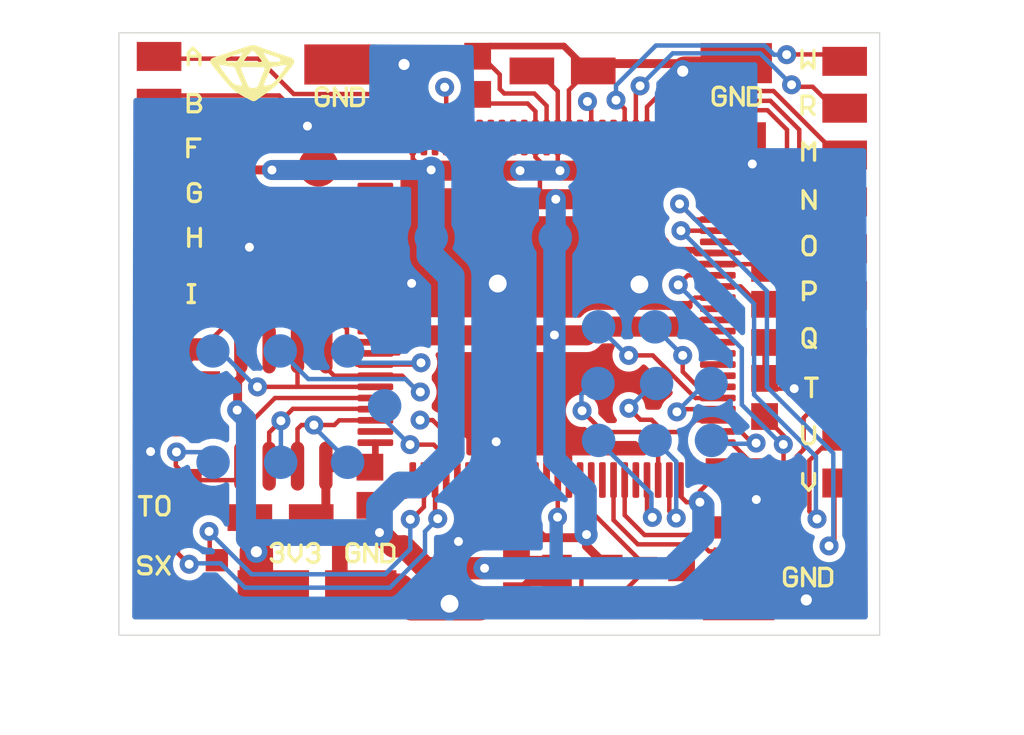
<source format=kicad_pcb>
(kicad_pcb (version 20241229) (generator "pcbnew") (generator_version "9.0")
  (title_block (title "Crystal Chip 1.0 PCB") (date "2025-04-24") (rev "1.0") (company "Atheris Mods"))
  (layers (0 "F.Cu" signal) (2 "B.Cu" signal) (13 "F.Paste" user) (15 "B.Paste" user) (5 "F.SilkS" user "F.Silkscreen") (7 "B.SilkS" user "B.Silkscreen") (1 "F.Mask" user) (3 "B.Mask" user) (25 "Edge.Cuts" user))
  (net 0 "")
  (net 1 "VCC")
  (net 2 "HOLD")
  (net 3 "SCK")
  (net 4 "SI")
  (net 5 "CS")
  (net 6 "SO")
  (net 7 "WP")
  (net 8 "GND")
  (net 9 "PG")
  (net 10 "150mA")
  (net 11 "SX")
  (net 12 "TO")
  (net 13 "A")
  (net 14 "B")
  (net 15 "F")
  (net 16 "G")
  (net 17 "H")
  (net 18 "I")
  (net 19 "W")
  (net 20 "R")
  (net 21 "M")
  (net 22 "N")
  (net 23 "O")
  (net 24 "P")
  (net 25 "Q")
  (net 26 "T")
  (net 27 "U")
  (net 28 "V")
  (footprint "TestPoint:TestPoint_Keystone_5015_Micro_Mini" (layer "F.Cu") (at 50.23 15.47)
    (property "Reference" "REF**" (hide yes))
    (property "Value" "TestPoint_Keystone_5015_Micro_Mini" (hide yes))
  )
  (footprint "TestPoint:TestPoint_Keystone_5015_Micro_Mini" (layer "F.Cu") (at 19.5 19.45)
    (property "Reference" "REF**" (hide yes))
    (property "Value" "TestPoint_Keystone_5015_Micro_Mini" (hide yes))
  )
  (footprint "TestPoint:TestPoint_Pad_D1.5mm" (layer "F.Cu") (at 41.73 27.37)
    (property "Reference" "REF**" (hide yes))
    (property "Value" "TestPoint_Pad_D1.5mm" (hide yes))
  )
  (footprint "TestPoint:TestPoint_Keystone_5015_Micro_Mini" (layer "F.Cu") (at 19.45 39.48)
    (property "Reference" "REF**" (hide yes))
    (property "Value" "TestPoint_Keystone_5015_Micro_Mini" (hide yes))
  )
  (footprint "Package_TO_SOT_SMD:SOT-23-5" (layer "F.Cu") (at 38.4725 38.785)
    (property "Reference" "REF**" (hide yes))
    (property "Value" "SOT-23-5" (hide yes))
  )
  (footprint "TestPoint:TestPoint_Keystone_5015_Micro_Mini" (layer "F.Cu") (at 19.92 31.68 90)
    (property "Reference" "REF**" (hide yes))
    (property "Value" "TestPoint_Keystone_5015_Micro_Mini" (hide yes))
  )
  (footprint "TestPoint:TestPoint_Keystone_5015_Micro_Mini" (layer "F.Cu") (at 22.29 18.26)
    (property "Reference" "REF**" (hide yes))
    (property "Value" "TestPoint_Keystone_5015_Micro_Mini" (hide yes))
  )
  (footprint "TestPoint:TestPoint_Keystone_5015_Micro_Mini" (layer "F.Cu") (at 19.5 17.35)
    (property "Reference" "REF**" (hide yes))
    (property "Value" "TestPoint_Keystone_5015_Micro_Mini" (hide yes))
  )
  (footprint "TestPoint:TestPoint_Keystone_5015_Micro_Mini" (layer "F.Cu") (at 46.64 24.75 90)
    (property "Reference" "REF**" (hide yes))
    (property "Value" "TestPoint_Keystone_5015_Micro_Mini" (hide yes))
  )
  (footprint "TestPoint:TestPoint_Keystone_5015_Micro_Mini" (layer "F.Cu") (at 22.09 37.83 90)
    (property "Reference" "REF**" (hide yes))
    (property "Value" "TestPoint_Keystone_5015_Micro_Mini" (hide yes))
  )
  (footprint "TestPoint:TestPoint_Keystone_5015_Micro_Mini" (layer "F.Cu") (at 46.64 31.39 90)
    (property "Reference" "REF**" (hide yes))
    (property "Value" "TestPoint_Keystone_5015_Micro_Mini" (hide yes))
  )
  (footprint "TestPoint:TestPoint_Keystone_5015_Micro_Mini" (layer "F.Cu") (at 45.37 15.55)
    (property "Reference" "REF**" (hide yes))
    (property "Value" "TestPoint_Keystone_5015_Micro_Mini" (hide yes))
  )
  (footprint "TestPoint:TestPoint_Keystone_5015_Micro_Mini" (layer "F.Cu") (at 45.48 39.62)
    (property "Reference" "REF**" (hide yes))
    (property "Value" "TestPoint_Keystone_5015_Micro_Mini" (hide yes))
  )
  (footprint "TestPoint:TestPoint_Pad_D1.5mm" (layer "F.Cu") (at 24.93 28.45)
    (property "Reference" "REF**" (hide yes))
    (property "Value" "TestPoint_Pad_D1.5mm" (hide yes))
  )
  (footprint "TestPoint:TestPoint_Pad_D1.5mm" (layer "F.Cu") (at 39.2 27.37)
    (property "Reference" "REF**" (hide yes))
    (property "Value" "TestPoint_Pad_D1.5mm" (hide yes))
  )
  (footprint "TestPoint:TestPoint_Keystone_5015_Micro_Mini" (layer "F.Cu") (at 42.92 38.17 90)
    (property "Reference" "REF**" (hide yes))
    (property "Value" "TestPoint_Keystone_5015_Micro_Mini" (hide yes))
  )
  (footprint "TestPoint:TestPoint_Keystone_5015_Micro_Mini" (layer "F.Cu") (at 21.63 31.67 90)
    (property "Reference" "REF**" (hide yes))
    (property "Value" "TestPoint_Keystone_5015_Micro_Mini" (hide yes))
  )
  (footprint "TestPoint:TestPoint_Keystone_5015_Micro_Mini" (layer "F.Cu") (at 19.5 15.25)
    (property "Reference" "REF**" (hide yes))
    (property "Value" "TestPoint_Keystone_5015_Micro_Mini" (hide yes))
  )
  (footprint "TestPoint:TestPoint_Pad_D1.5mm" (layer "F.Cu") (at 44.24 29.91)
    (property "Reference" "REF**" (hide yes))
    (property "Value" "TestPoint_Pad_D1.5mm" (hide yes))
  )
  (footprint "TestPoint:TestPoint_Keystone_5015_Micro_Mini" (layer "F.Cu") (at 19.54 28.38)
    (property "Reference" "REF**" (hide yes))
    (property "Value" "TestPoint_Keystone_5015_Micro_Mini" (hide yes))
  )
  (footprint "TestPoint:TestPoint_Pad_D1.5mm" (layer "F.Cu") (at 21.92 33.44)
    (property "Reference" "REF**" (hide yes))
    (property "Value" "TestPoint_Pad_D1.5mm" (hide yes))
  )
  (footprint "TestPoint:TestPoint_Keystone_5015_Micro_Mini" (layer "F.Cu") (at 50.23 32.27)
    (property "Reference" "REF**" (hide yes))
    (property "Value" "TestPoint_Keystone_5015_Micro_Mini" (hide yes))
  )
  (footprint "TestPoint:TestPoint_Keystone_5015_Micro_Mini" (layer "F.Cu") (at 46.64 23.04 90)
    (property "Reference" "REF**" (hide yes))
    (property "Value" "TestPoint_Keystone_5015_Micro_Mini" (hide yes))
  )
  (footprint "TestPoint:TestPoint_Pad_D1.5mm" (layer "F.Cu") (at 39.2 32.46)
    (property "Reference" "REF**" (hide yes))
    (property "Value" "TestPoint_Pad_D1.5mm" (hide yes))
  )
  (footprint "TestPoint:TestPoint_Pad_D1.5mm" (layer "F.Cu") (at 34.68 23.37)
    (property "Reference" "REF**" (hide yes))
    (property "Value" "TestPoint_Pad_D1.5mm" (hide yes))
  )
  (footprint "TestPoint:TestPoint_Pad_D1.5mm" (layer "F.Cu") (at 31.7 23.37)
    (property "Reference" "REF**" (hide yes))
    (property "Value" "TestPoint_Pad_D1.5mm" (hide yes))
  )
  (footprint "TestPoint:TestPoint_Keystone_5015_Micro_Mini" (layer "F.Cu") (at 28.95 35.37 90)
    (property "Reference" "REF**" (hide yes))
    (property "Value" "TestPoint_Keystone_5015_Micro_Mini" (hide yes))
  )
  (footprint "TestPoint:TestPoint_Keystone_5015_Micro_Mini" (layer "F.Cu") (at 21.63 29.96 90)
    (property "Reference" "REF**" (hide yes))
    (property "Value" "TestPoint_Keystone_5015_Micro_Mini" (hide yes))
  )
  (footprint "TestPoint:TestPoint_Keystone_5015_Micro_Mini" (layer "F.Cu") (at 34.26 36.08)
    (property "Reference" "REF**" (hide yes))
    (property "Value" "TestPoint_Keystone_5015_Micro_Mini" (hide yes))
  )
  (footprint "TestPoint:TestPoint_Keystone_5015_Micro_Mini" (layer "F.Cu") (at 24.62 39.18)
    (property "Reference" "REF**" (hide yes))
    (property "Value" "TestPoint_Keystone_5015_Micro_Mini" (hide yes))
  )
  (footprint "TestPoint:TestPoint_Pad_D1.5mm" (layer "F.Cu") (at 29.61 30.91)
    (property "Reference" "REF**" (hide yes))
    (property "Value" "TestPoint_Pad_D1.5mm" (hide yes))
  )
  (footprint "TestPoint:TestPoint_Pad_D1.5mm" (layer "F.Cu") (at 21.91 28.45)
    (property "Reference" "REF**" (hide yes))
    (property "Value" "TestPoint_Pad_D1.5mm" (hide yes))
  )
  (footprint "TestPoint:TestPoint_Keystone_5015_Micro_Mini" (layer "F.Cu") (at 46.61 36.36 180)
    (property "Reference" "REF**" (hide yes))
    (property "Value" "TestPoint_Keystone_5015_Micro_Mini" (hide yes))
  )
  (footprint "TestPoint:TestPoint_Keystone_5015_Micro_Mini" (layer "F.Cu") (at 20.91 34.24)
    (property "Reference" "REF**" (hide yes))
    (property "Value" "TestPoint_Keystone_5015_Micro_Mini" (hide yes))
  )
  (footprint "TestPoint:TestPoint_Keystone_5015_Micro_Mini" (layer "F.Cu") (at 28.95 33.66 90)
    (property "Reference" "REF**" (hide yes))
    (property "Value" "TestPoint_Keystone_5015_Micro_Mini" (hide yes))
  )
  (footprint "TestPoint:TestPoint_Keystone_5015_Micro_Mini" (layer "F.Cu") (at 42.92 39.88 90)
    (property "Reference" "REF**" (hide yes))
    (property "Value" "TestPoint_Keystone_5015_Micro_Mini" (hide yes))
  )
  (footprint "TestPoint:TestPoint_Keystone_5015_Micro_Mini" (layer "F.Cu") (at 41.33 38.18 90)
    (property "Reference" "REF**" (hide yes))
    (property "Value" "TestPoint_Keystone_5015_Micro_Mini" (hide yes))
  )
  (footprint "TestPoint:TestPoint_Keystone_5015_Micro_Mini" (layer "F.Cu") (at 29.75 18.42)
    (property "Reference" "REF**" (hide yes))
    (property "Value" "TestPoint_Keystone_5015_Micro_Mini" (hide yes))
  )
  (footprint "TestPoint:TestPoint_Keystone_5015_Micro_Mini" (layer "F.Cu") (at 19.5 25.75)
    (property "Reference" "REF**" (hide yes))
    (property "Value" "TestPoint_Keystone_5015_Micro_Mini" (hide yes))
  )
  (footprint "TestPoint:TestPoint_Keystone_5015_Micro_Mini" (layer "F.Cu") (at 46.64 29.68 90)
    (property "Reference" "REF**" (hide yes))
    (property "Value" "TestPoint_Keystone_5015_Micro_Mini" (hide yes))
  )
  (footprint "TestPoint:TestPoint_Pad_D1.5mm" (layer "F.Cu") (at 39.17 29.91)
    (property "Reference" "REF**" (hide yes))
    (property "Value" "TestPoint_Pad_D1.5mm" (hide yes))
  )
  (footprint "TestPoint:TestPoint_Keystone_5015_Micro_Mini" (layer "F.Cu") (at 50.23 25.97)
    (property "Reference" "REF**" (hide yes))
    (property "Value" "TestPoint_Keystone_5015_Micro_Mini" (hide yes))
  )
  (footprint "TestPoint:TestPoint_Keystone_5015_Micro_Mini" (layer "F.Cu") (at 46.64 26.36 90)
    (property "Reference" "REF**" (hide yes))
    (property "Value" "TestPoint_Keystone_5015_Micro_Mini" (hide yes))
  )
  (footprint "TestPoint:TestPoint_Keystone_5015_Micro_Mini" (layer "F.Cu") (at 36.21 15.9)
    (property "Reference" "REF**" (hide yes))
    (property "Value" "TestPoint_Keystone_5015_Micro_Mini" (hide yes))
  )
  (footprint "TestPoint:TestPoint_Keystone_5015_Micro_Mini" (layer "F.Cu") (at 50.23 28.07)
    (property "Reference" "REF**" (hide yes))
    (property "Value" "TestPoint_Keystone_5015_Micro_Mini" (hide yes))
  )
  (footprint "TestPoint:TestPoint_Keystone_5015_Micro_Mini" (layer "F.Cu") (at 33.78 15.24 90)
    (property "Reference" "REF**" (hide yes))
    (property "Value" "TestPoint_Keystone_5015_Micro_Mini" (hide yes))
  )
  (footprint "TestPoint:TestPoint_Keystone_5015_Micro_Mini" (layer "F.Cu") (at 35.97 36.08)
    (property "Reference" "REF**" (hide yes))
    (property "Value" "TestPoint_Keystone_5015_Micro_Mini" (hide yes))
  )
  (footprint "TestPoint:TestPoint_Keystone_5015_Micro_Mini" (layer "F.Cu") (at 46.64 28.07 90)
    (property "Reference" "REF**" (hide yes))
    (property "Value" "TestPoint_Keystone_5015_Micro_Mini" (hide yes))
  )
  (footprint "TestPoint:TestPoint_Keystone_5015_Micro_Mini" (layer "F.Cu") (at 50.23 19.67)
    (property "Reference" "REF**" (hide yes))
    (property "Value" "TestPoint_Keystone_5015_Micro_Mini" (hide yes))
  )
  (footprint "TestPoint:TestPoint_Pad_D1.5mm" (layer "F.Cu") (at 26.645 20.185)
    (property "Reference" "REF**" (hide yes))
    (property "Value" "TestPoint_Pad_D1.5mm" (hide yes))
  )
  (footprint "TestPoint:TestPoint_Keystone_5015_Micro_Mini" (layer "F.Cu") (at 41.33 39.89 90)
    (property "Reference" "REF**" (hide yes))
    (property "Value" "TestPoint_Keystone_5015_Micro_Mini" (hide yes))
  )
  (footprint "TestPoint:TestPoint_Pad_D1.5mm" (layer "F.Cu") (at 41.8 29.91)
    (property "Reference" "REF**" (hide yes))
    (property "Value" "TestPoint_Pad_D1.5mm" (hide yes))
  )
  (footprint "TestPoint:TestPoint_Keystone_5015_Micro_Mini" (layer "F.Cu") (at 21.25 28.38)
    (property "Reference" "REF**" (hide yes))
    (property "Value" "TestPoint_Keystone_5015_Micro_Mini" (hide yes))
  )
  (footprint "TestPoint:TestPoint_Keystone_5015_Micro_Mini" (layer "F.Cu") (at 50.23 21.77)
    (property "Reference" "REF**" (hide yes))
    (property "Value" "TestPoint_Keystone_5015_Micro_Mini" (hide yes))
  )
  (footprint "TestPoint:TestPoint_Keystone_5015_Micro_Mini" (layer "F.Cu") (at 19.92 29.97 90)
    (property "Reference" "REF**" (hide yes))
    (property "Value" "TestPoint_Keystone_5015_Micro_Mini" (hide yes))
  )
  (footprint "TestPoint:TestPoint_Keystone_5015_Micro_Mini" (layer "F.Cu") (at 26.32 35.92)
    (property "Reference" "REF**" (hide yes))
    (property "Value" "TestPoint_Keystone_5015_Micro_Mini" (hide yes))
  )
  (footprint "TestPoint:TestPoint_Keystone_5015_Micro_Mini" (layer "F.Cu") (at 50.23 30.17)
    (property "Reference" "REF**" (hide yes))
    (property "Value" "TestPoint_Keystone_5015_Micro_Mini" (hide yes))
  )
  (footprint "TestPoint:TestPoint_Keystone_5015_Micro_Mini" (layer "F.Cu") (at 46.31 33.86)
    (property "Reference" "REF**" (hide yes))
    (property "Value" "TestPoint_Keystone_5015_Micro_Mini" (hide yes))
  )
  (footprint "TestPoint:TestPoint_Keystone_5015_Micro_Mini" (layer "F.Cu") (at 27.61 15.61)
    (property "Reference" "REF**" (hide yes))
    (property "Value" "TestPoint_Keystone_5015_Micro_Mini" (hide yes))
  )
  (footprint "TestPoint:TestPoint_Keystone_5015_Micro_Mini" (layer "F.Cu") (at 19.45 36.81)
    (property "Reference" "REF**" (hide yes))
    (property "Value" "TestPoint_Keystone_5015_Micro_Mini" (hide yes))
  )
  (footprint "TestPoint:TestPoint_Keystone_5015_Micro_Mini" (layer "F.Cu") (at 38.96 15.9)
    (property "Reference" "REF**" (hide yes))
    (property "Value" "TestPoint_Keystone_5015_Micro_Mini" (hide yes))
  )
  (footprint "TestPoint:TestPoint_Pad_D1.5mm" (layer "F.Cu") (at 24.95 33.44)
    (property "Reference" "REF**" (hide yes))
    (property "Value" "TestPoint_Pad_D1.5mm" (hide yes))
  )
  (footprint "TestPoint:TestPoint_Keystone_5015_Micro_Mini" (layer "F.Cu") (at 28.54 39.18)
    (property "Reference" "REF**" (hide yes))
    (property "Value" "TestPoint_Keystone_5015_Micro_Mini" (hide yes))
  )
  (footprint "TestPoint:TestPoint_Keystone_5015_Micro_Mini" (layer "F.Cu") (at 44.6 33.86)
    (property "Reference" "REF**" (hide yes))
    (property "Value" "TestPoint_Keystone_5015_Micro_Mini" (hide yes))
  )
  (footprint "Package_QFP:LQFP-100_14x14mm_P0.5mm" (layer "F.Cu") (at 36.87 26.56)
    (property "Reference" "REF**" (hide yes))
    (property "Value" "LQFP-100_14x14mm_P0.5mm" (hide yes))
  )
  (footprint "TestPoint:TestPoint_Keystone_5015_Micro_Mini" (layer "F.Cu") (at 19.2 34.24)
    (property "Reference" "REF**" (hide yes))
    (property "Value" "TestPoint_Keystone_5015_Micro_Mini" (hide yes))
  )
  (footprint "TestPoint:TestPoint_Keystone_5015_Micro_Mini" (layer "F.Cu") (at 35.52 39.42 90)
    (property "Reference" "REF**" (hide yes))
    (property "Value" "TestPoint_Keystone_5015_Micro_Mini" (hide yes))
  )
  (footprint "TestPoint:TestPoint_Keystone_5015_Micro_Mini" (layer "F.Cu") (at 44.85 36.36 180)
    (property "Reference" "REF**" (hide yes))
    (property "Value" "TestPoint_Keystone_5015_Micro_Mini" (hide yes))
  )
  (footprint "TestPoint:TestPoint_Pad_D1.5mm" (layer "F.Cu") (at 27.95 28.45)
    (property "Reference" "REF**" (hide yes))
    (property "Value" "TestPoint_Pad_D1.5mm" (hide yes))
  )
  (footprint "TestPoint:TestPoint_Keystone_5015_Micro_Mini" (layer "F.Cu") (at 19.5 23.65)
    (property "Reference" "REF**" (hide yes))
    (property "Value" "TestPoint_Keystone_5015_Micro_Mini" (hide yes))
  )
  (footprint "TestPoint:TestPoint_Keystone_5015_Micro_Mini" (layer "F.Cu") (at 28.04 18.42)
    (property "Reference" "REF**" (hide yes))
    (property "Value" "TestPoint_Keystone_5015_Micro_Mini" (hide yes))
  )
  (footprint "TestPoint:TestPoint_Pad_D1.5mm" (layer "F.Cu") (at 37.26 23.37)
    (property "Reference" "REF**" (hide yes))
    (property "Value" "TestPoint_Pad_D1.5mm" (hide yes))
  )
  (footprint "TestPoint:TestPoint_Keystone_5015_Micro_Mini" (layer "F.Cu") (at 44.85 37.76 180)
    (property "Reference" "REF**" (hide yes))
    (property "Value" "TestPoint_Keystone_5015_Micro_Mini" (hide yes))
  )
  (footprint "TestPoint:TestPoint_Keystone_5015_Micro_Mini" (layer "F.Cu") (at 46.1 18.8)
    (property "Reference" "REF**" (hide yes))
    (property "Value" "TestPoint_Keystone_5015_Micro_Mini" (hide yes))
  )
  (footprint "TestPoint:TestPoint_Pad_D1.5mm" (layer "F.Cu") (at 22.645 25.26)
    (property "Reference" "REF**" (hide yes))
    (property "Value" "TestPoint_Pad_D1.5mm" (hide yes))
  )
  (footprint "TestPoint:TestPoint_Keystone_5015_Micro_Mini" (layer "F.Cu") (at 33.78 16.95 90)
    (property "Reference" "REF**" (hide yes))
    (property "Value" "TestPoint_Keystone_5015_Micro_Mini" (hide yes))
  )
  (footprint "TestPoint:TestPoint_Pad_D1.5mm" (layer "F.Cu") (at 26.645 25.26)
    (property "Reference" "REF**" (hide yes))
    (property "Value" "TestPoint_Pad_D1.5mm" (hide yes))
  )
  (footprint "TestPoint:TestPoint_Keystone_5015_Micro_Mini" (layer "F.Cu") (at 19.5 21.55)
    (property "Reference" "REF**" (hide yes))
    (property "Value" "TestPoint_Keystone_5015_Micro_Mini" (hide yes))
  )
  (footprint "TestPoint:TestPoint_Keystone_5015_Micro_Mini" (layer "F.Cu") (at 22.09 39.54 90)
    (property "Reference" "REF**" (hide yes))
    (property "Value" "TestPoint_Keystone_5015_Micro_Mini" (hide yes))
  )
  (footprint "TestPoint:TestPoint_Pad_D1.5mm" (layer "F.Cu") (at 44.26 32.46)
    (property "Reference" "REF**" (hide yes))
    (property "Value" "TestPoint_Pad_D1.5mm" (hide yes))
  )
  (footprint "TestPoint:TestPoint_Pad_D1.5mm" (layer "F.Cu") (at 41.73 32.46)
    (property "Reference" "REF**" (hide yes))
    (property "Value" "TestPoint_Pad_D1.5mm" (hide yes))
  )
  (footprint "TestPoint:TestPoint_Keystone_5015_Micro_Mini" (layer "F.Cu") (at 24 18.26)
    (property "Reference" "REF**" (hide yes))
    (property "Value" "TestPoint_Keystone_5015_Micro_Mini" (hide yes))
  )
  (footprint "TestPoint:TestPoint_Keystone_5015_Micro_Mini" (layer "F.Cu") (at 44.39 18.8)
    (property "Reference" "REF**" (hide yes))
    (property "Value" "TestPoint_Keystone_5015_Micro_Mini" (hide yes))
  )
  (footprint "Package_SO:SOP-8_3.9x4.9mm_P1.27mm" (layer "F.Cu") (at 25.07 30.985 90)
    (property "Reference" "REF**" (hide yes))
    (property "Value" "SOP-8_3.9x4.9mm_P1.27mm" (hide yes))
  )
  (footprint "TestPoint:TestPoint_Pad_D1.5mm" (layer "F.Cu") (at 27.95 33.44)
    (property "Reference" "REF**" (hide yes))
    (property "Value" "TestPoint_Pad_D1.5mm" (hide yes))
  )
  (footprint "TestPoint:TestPoint_Keystone_5015_Micro_Mini" (layer "F.Cu") (at 50.23 17.57)
    (property "Reference" "REF**" (hide yes))
    (property "Value" "TestPoint_Keystone_5015_Micro_Mini" (hide yes))
  )
  (footprint "TestPoint:TestPoint_Keystone_5015_Micro_Mini" (layer "F.Cu") (at 23.57 35.92)
    (property "Reference" "REF**" (hide yes))
    (property "Value" "TestPoint_Keystone_5015_Micro_Mini" (hide yes))
  )
  (footprint "TestPoint:TestPoint_Keystone_5015_Micro_Mini" (layer "F.Cu") (at 50.23 23.87)
    (property "Reference" "REF**" (hide yes))
    (property "Value" "TestPoint_Keystone_5015_Micro_Mini" (hide yes))
  )
  (footprint "TestPoint:TestPoint_Keystone_5015_Micro_Mini" (layer "F.Cu") (at 46.61 37.76 180)
    (property "Reference" "REF**" (hide yes))
    (property "Value" "TestPoint_Keystone_5015_Micro_Mini" (hide yes))
  )
  (footprint "TestPoint:TestPoint_Pad_D1.5mm" (layer "F.Cu") (at 22.645 20.185)
    (property "Reference" "REF**" (hide yes))
    (property "Value" "TestPoint_Pad_D1.5mm" (hide yes))
  )
  (footprint "TestPoint:TestPoint_Keystone_5015_Micro_Mini" (layer "F.Cu") (at 35.52 37.71 90)
    (property "Reference" "REF**" (hide yes))
    (property "Value" "TestPoint_Keystone_5015_Micro_Mini" (hide yes))
  )
  (footprint "Modchips:Crystal_Chip_Symbol_4x2.9mm" (layer "F.Cu") (at 23.668033 15.930309)
    (property "Reference" "G***" (hide yes))
    (property "Value" "LOGO" (hide yes))
  )
  (footprint "TestPoint:TestPoint_Keystone_5015_Micro_Mini" (layer "F.Cu") (at 50.23 34.37)
    (property "Reference" "REF**" (hide yes))
    (property "Value" "TestPoint_Keystone_5015_Micro_Mini" (hide yes))
  )
  (gr_arc (start 28.447601 37.687825) (mid 28.384332 37.830511) (end 28.24 37.89) (stroke (width 0.15)) (layer "F.SilkS"))
  (gr_line (start 48.85 14.98) (end 48.85 15.77) (stroke (width 0.15)) (layer "F.SilkS"))
  (gr_line (start 30.02 37.26) (end 30.02 37.74) (stroke (width 0.15)) (layer "F.SilkS"))
  (gr_curve (pts (xy 25.04 37.7) (xy 25.03 37.88) (xy 24.9 37.91) (xy 24.83 37.91)) (stroke (width 0.15)) (layer "F.SilkS"))
  (gr_line (start 48.520001 28.276266) (end 48.750001 28.276266) (stroke (width 0.15)) (layer "F.SilkS"))
  (gr_line (start 27.89 17.45) (end 27.89 16.66) (stroke (width 0.15)) (layer "F.SilkS"))
  (gr_line (start 48.59 15.5) (end 48.85 15.77) (stroke (width 0.15)) (layer "F.SilkS"))
  (gr_line (start 48.345 38.975) (end 48.345 38.185) (stroke (width 0.15)) (layer "F.SilkS"))
  (gr_line (start 48.32 14.98) (end 48.32 15.77) (stroke (width 0.15)) (layer "F.SilkS"))
  (gr_curve (pts (xy 25.03 37.34) (xy 24.96 37.5) (xy 24.83 37.48) (xy 24.79 37.48)) (stroke (width 0.15)) (layer "F.SilkS"))
  (gr_line (start 46.45 16.79) (end 46.45 17.27) (stroke (width 0.15)) (layer "F.SilkS"))
  (gr_curve (pts (xy 19 38.44) (xy 18.86 38.43) (xy 18.64 38.49) (xy 18.59 38.32)) (stroke (width 0.15)) (layer "F.SilkS"))
  (gr_curve (pts (xy 48.91 25.65) (xy 48.9 25.85) (xy 48.685 25.88) (xy 48.685 25.88)) (stroke (width 0.15)) (layer "F.SilkS"))
  (gr_arc (start 47.745 38.975) (mid 47.600617 38.915563) (end 47.537399 38.772825) (stroke (width 0.15)) (layer "F.SilkS"))
  (gr_curve (pts (xy 46.2 16.65) (xy 46.36 16.63) (xy 46.45 16.79) (xy 46.45 16.79)) (stroke (width 0.15)) (layer "F.SilkS"))
  (gr_line (start 21.3325 15.19) (end 21.3325 15.615) (stroke (width 0.15)) (layer "F.SilkS"))
  (gr_curve (pts (xy 24.83 37.91) (xy 24.63 37.92) (xy 24.57 37.84) (xy 24.53 37.77)) (stroke (width 0.15)) (layer "F.SilkS"))
  (gr_line (start 48.63 28.01) (end 48.92 28.3) (stroke (width 0.15)) (layer "F.SilkS"))
  (gr_arc (start 21.362527 17.575629) (mid 21.319989 17.659987) (end 21.24635 17.719184) (stroke (width 0.15)) (layer "F.SilkS"))
  (gr_curve (pts (xy 28.41 16.67) (xy 28.57 16.65) (xy 28.66 16.81) (xy 28.66 16.81)) (stroke (width 0.15)) (layer "F.SilkS"))
  (gr_line (start 48.500001 32.606266) (end 48.730001 32.606266) (stroke (width 0.15)) (layer "F.SilkS"))
  (gr_arc (start 19.935985 35.599737) (mid 19.880011 35.710012) (end 19.788468 35.793151) (stroke (width 0.15)) (layer "F.SilkS"))
  (gr_line (start 45.68 17.43) (end 45.15 16.64) (stroke (width 0.15)) (layer "F.SilkS"))
  (gr_line (start 25.86 37.595) (end 25.6 37.89) (stroke (width 0.15)) (layer "F.SilkS"))
  (gr_curve (pts (xy 19.14 37.79) (xy 19.09 37.69) (xy 19 37.67) (xy 18.88 37.67)) (stroke (width 0.15)) (layer "F.SilkS"))
  (gr_line (start 25.33 37.59) (end 25.6 37.89) (stroke (width 0.15)) (layer "F.SilkS"))
  (gr_arc (start 44.55 17.43) (mid 44.405617 17.370563) (end 44.342399 17.227825) (stroke (width 0.15)) (layer "F.SilkS"))
  (gr_line (start 48.61 19.38) (end 48.35 19.11) (stroke (width 0.15)) (layer "F.SilkS"))
  (gr_curve (pts (xy 26.15 37.24) (xy 26.27 37.08) (xy 26.35 37.07) (xy 26.51 37.09)) (stroke (width 0.15)) (layer "F.SilkS"))
  (gr_line (start 21.34 17.105) (end 21.34 17.18) (stroke (width 0.15)) (layer "F.SilkS"))
  (gr_arc (start 47.537399 38.377175) (mid 47.600668 38.234489) (end 47.745 38.175) (stroke (width 0.15)) (layer "F.SilkS"))
  (gr_curve (pts (xy 29.79 37.9) (xy 29.99 37.89) (xy 30.02 37.74) (xy 30.02 37.74)) (stroke (width 0.15)) (layer "F.SilkS"))
  (gr_line (start 48.48 29.67) (end 49 29.67) (stroke (width 0.15)) (layer "F.SilkS"))
  (gr_line (start 44.87 17.03) (end 44.87 17.22) (stroke (width 0.15)) (layer "F.SilkS"))
  (gr_line (start 48.88 34.395) (end 48.62 34.69) (stroke (width 0.15)) (layer "F.SilkS"))
  (gr_line (start 48.37 22.06) (end 48.37 21.27) (stroke (width 0.15)) (layer "F.SilkS"))
  (gr_line (start 48.33 17.55) (end 48.625 17.55) (stroke (width 0.15)) (layer "F.SilkS"))
  (gr_line (start 48.532997 23.316266) (end 48.736942 23.316266) (stroke (width 0.15)) (layer "F.SilkS"))
  (gr_line (start 48.900001 27.676266) (end 48.900001 28.076266) (stroke (width 0.15)) (layer "F.SilkS"))
  (gr_line (start 28.13 37.89) (end 28.27 37.89) (stroke (width 0.15)) (layer "F.SilkS"))
  (gr_arc (start 47.840728 38.177206) (mid 47.970663 38.221674) (end 48.048252 38.335) (stroke (width 0.15)) (layer "F.SilkS"))
  (gr_arc (start 48.062601 38.772825) (mid 47.999332 38.915511) (end 47.855 38.975) (stroke (width 0.15)) (layer "F.SilkS"))
  (gr_line (start 21.220746 17.73) (end 20.809079 17.73) (stroke (width 0.15)) (layer "F.SilkS"))
  (gr_line (start 45.92 16.65) (end 46.2 16.65) (stroke (width 0.15)) (layer "F.SilkS"))
  (gr_arc (start 48.748468 27.463115) (mid 48.839994 27.546269) (end 48.895985 27.656529) (stroke (width 0.15)) (layer "F.SilkS"))
  (gr_line (start 21.03 21.75) (end 21.17 21.75) (stroke (width 0.15)) (layer "F.SilkS"))
  (gr_line (start 20.809079 16.96) (end 21.19059 16.96) (stroke (width 0.15)) (layer "F.SilkS"))
  (gr_line (start 48.065 38.575) (end 48.065 38.765) (stroke (width 0.15)) (layer "F.SilkS"))
  (gr_line (start 49.115 38.195) (end 49.395 38.195) (stroke (width 0.15)) (layer "F.SilkS"))
  (gr_line (start 48.9 22.06) (end 48.37 21.27) (stroke (width 0.15)) (layer "F.SilkS"))
  (gr_curve (pts (xy 19.13 38.21) (xy 19.16 38.33) (xy 19.12 38.42) (xy 19 38.44)) (stroke (width 0.15)) (layer "F.SilkS"))
  (gr_line (start 48.370001 23.536266) (end 48.370001 23.936266) (stroke (width 0.15)) (layer "F.SilkS"))
  (gr_line (start 49.115 38.975) (end 49.415 38.975) (stroke (width 0.15)) (layer "F.SilkS"))
  (gr_arc (start 48.895985 28.079737) (mid 48.840011 28.190012) (end 48.748468 28.273151) (stroke (width 0.15)) (layer "F.SilkS"))
  (gr_arc (start 19.556638 35.793151) (mid 19.465118 35.709994) (end 19.409121 35.599737) (stroke (width 0.15)) (layer "F.SilkS"))
  (gr_line (start 25.33 37.15) (end 25.33 37.59) (stroke (width 0.15)) (layer "F.SilkS"))
  (gr_curve (pts (xy 26.41 37.49) (xy 26.72 37.49) (xy 26.66 37.71) (xy 26.66 37.71)) (stroke (width 0.15)) (layer "F.SilkS"))
  (gr_line (start 44.34 16.82) (end 44.34 17.24) (stroke (width 0.15)) (layer "F.SilkS"))
  (gr_line (start 48.39 25.36) (end 48.68 25.36) (stroke (width 0.15)) (layer "F.SilkS"))
  (gr_arc (start 44.867601 17.227825) (mid 44.804332 17.370511) (end 44.66 17.43) (stroke (width 0.15)) (layer "F.SilkS"))
  (gr_line (start 19.41 37.67) (end 19.95 38.45) (stroke (width 0.15)) (layer "F.SilkS"))
  (gr_line (start 48.385 25.365) (end 48.385 26.155) (stroke (width 0.15)) (layer "F.SilkS"))
  (gr_line (start 20.95 26.28) (end 20.95 25.48) (stroke (width 0.15)) (layer "F.SilkS"))
  (gr_line (start 29.25 37.9) (end 28.72 37.11) (stroke (width 0.15)) (layer "F.SilkS"))
  (gr_curve (pts (xy 18.87 38.05) (xy 18.93 38.06) (xy 19.1 38.05) (xy 19.13 38.21)) (stroke (width 0.15)) (layer "F.SilkS"))
  (gr_curve (pts (xy 29.77 37.12) (xy 29.93 37.1) (xy 30.02 37.26) (xy 30.02 37.26)) (stroke (width 0.15)) (layer "F.SilkS"))
  (gr_line (start 48.88 19.9) (end 48.88 19.11) (stroke (width 0.15)) (layer "F.SilkS"))
  (gr_line (start 18.88 35.81) (end 18.88 34.98) (stroke (width 0.15)) (layer "F.SilkS"))
  (gr_line (start 48.88 33.95) (end 48.88 34.395) (stroke (width 0.15)) (layer "F.SilkS"))
  (gr_line (start 48.35 19.9) (end 48.35 19.11) (stroke (width 0.15)) (layer "F.SilkS"))
  (gr_curve (pts (xy 26.65 37.35) (xy 26.58 37.51) (xy 26.45 37.49) (xy 26.41 37.49)) (stroke (width 0.15)) (layer "F.SilkS"))
  (gr_line (start 45.92 17.43) (end 45.92 16.65) (stroke (width 0.15)) (layer "F.SilkS"))
  (gr_line (start 28.13 17.45) (end 28.43 17.45) (stroke (width 0.15)) (layer "F.SilkS"))
  (gr_arc (start 21.125728 20.952206) (mid 21.255663 20.996674) (end 21.333252 21.11) (stroke (width 0.15)) (layer "F.SilkS"))
  (gr_line (start 48.532997 27.456266) (end 48.736942 27.456266) (stroke (width 0.15)) (layer "F.SilkS"))
  (gr_line (start 21.03 20.95) (end 21.125651 20.950551) (stroke (width 0.15)) (layer "F.SilkS"))
  (gr_line (start 48.62 19.38) (end 48.88 19.11) (stroke (width 0.15)) (layer "F.SilkS"))
  (gr_curve (pts (xy 18.88 37.67) (xy 18.57 37.66) (xy 18.59 37.85) (xy 18.59 37.85)) (stroke (width 0.15)) (layer "F.SilkS"))
  (gr_line (start 19.940001 35.196266) (end 19.940001 35.596266) (stroke (width 0.15)) (layer "F.SilkS"))
  (gr_arc (start 26.76 17.45) (mid 26.615617 17.390563) (end 26.552399 17.247825) (stroke (width 0.15)) (layer "F.SilkS"))
  (gr_line (start 26.81 17.05) (end 27.08 17.05) (stroke (width 0.15)) (layer "F.SilkS"))
  (gr_arc (start 48.516638 24.133151) (mid 48.425118 24.049994) (end 48.369121 23.939737) (stroke (width 0.15)) (layer "F.SilkS"))
  (gr_curve (pts (xy 24.79 37.48) (xy 25.1 37.48) (xy 25.04 37.7) (xy 25.04 37.7)) (stroke (width 0.15)) (layer "F.SilkS"))
  (gr_line (start 27.36 17.45) (end 27.36 16.66) (stroke (width 0.15)) (layer "F.SilkS"))
  (gr_line (start 19.572997 34.976266) (end 19.776942 34.976266) (stroke (width 0.15)) (layer "F.SilkS"))
  (gr_arc (start 48.875985 32.409737) (mid 48.820011 32.520012) (end 48.728468 32.603151) (stroke (width 0.15)) (layer "F.SilkS"))
  (gr_line (start 49.645 38.335) (end 49.645 38.815) (stroke (width 0.15)) (layer "F.SilkS"))
  (gr_curve (pts (xy 26.51 37.09) (xy 26.65 37.15) (xy 26.66 37.27) (xy 26.65 37.35)) (stroke (width 0.15)) (layer "F.SilkS"))
  (gr_curve (pts (xy 48.62 17.03) (xy 48.83 17.05) (xy 48.85 17.22) (xy 48.85 17.23)) (stroke (width 0.15)) (layer "F.SilkS"))
  (gr_arc (start 19.414016 35.176529) (mid 19.469998 35.066262) (end 19.561533 34.983115) (stroke (width 0.15)) (layer "F.SilkS"))
  (gr_line (start 18.62 34.98) (end 19.14 34.98) (stroke (width 0.15)) (layer "F.SilkS"))
  (gr_line (start 20.795 19.31) (end 21.09 19.31) (stroke (width 0.15)) (layer "F.SilkS"))
  (gr_curve (pts (xy 48.68 25.36) (xy 48.89 25.38) (xy 48.91 25.55) (xy 48.91 25.56)) (stroke (width 0.15)) (layer "F.SilkS"))
  (gr_line (start 20.81 25.48) (end 21.1 25.48) (stroke (width 0.15)) (layer "F.SilkS"))
  (gr_curve (pts (xy 49.395 38.195) (xy 49.555 38.175) (xy 49.645 38.335) (xy 49.645 38.335)) (stroke (width 0.15)) (layer "F.SilkS"))
  (gr_arc (start 44.342399 16.832175) (mid 44.405668 16.689489) (end 44.55 16.63) (stroke (width 0.15)) (layer "F.SilkS"))
  (gr_line (start 48.520001 24.136266) (end 48.750001 24.136266) (stroke (width 0.15)) (layer "F.SilkS"))
  (gr_line (start 29.49 37.9) (end 29.49 37.12) (stroke (width 0.15)) (layer "F.SilkS"))
  (gr_line (start 48.875 38.975) (end 48.345 38.185) (stroke (width 0.15)) (layer "F.SilkS"))
  (gr_line (start 19.560001 35.796266) (end 19.790001 35.796266) (stroke (width 0.15)) (layer "F.SilkS"))
  (gr_line (start 29.49 37.9) (end 29.79 37.9) (stroke (width 0.15)) (layer "F.SilkS"))
  (gr_line (start 29.49 37.12) (end 29.77 37.12) (stroke (width 0.15)) (layer "F.SilkS"))
  (gr_line (start 28.13 17.45) (end 28.13 16.67) (stroke (width 0.15)) (layer "F.SilkS"))
  (gr_line (start 48.325 17.035) (end 48.325 17.825) (stroke (width 0.15)) (layer "F.SilkS"))
  (gr_line (start 20.8075 15.24) (end 21.3325 15.24) (stroke (width 0.15)) (layer "F.SilkS"))
  (gr_line (start 26.76 16.65) (end 26.855651 16.650551) (stroke (width 0.15)) (layer "F.SilkS"))
  (gr_line (start 45.15 17.43) (end 45.15 16.64) (stroke (width 0.15)) (layer "F.SilkS"))
  (gr_line (start 45.68 17.43) (end 45.68 16.64) (stroke (width 0.15)) (layer "F.SilkS"))
  (gr_line (start 20.8 26.28) (end 21.08 26.28) (stroke (width 0.15)) (layer "F.SilkS"))
  (gr_arc (start 21.03 21.75) (mid 20.885617 21.690563) (end 20.822399 21.547825) (stroke (width 0.15)) (layer "F.SilkS"))
  (gr_line (start 49.115 38.975) (end 49.115 38.195) (stroke (width 0.15)) (layer "F.SilkS"))
  (gr_line (start 48.350001 31.84) (end 48.350001 32.406266) (stroke (width 0.15)) (layer "F.SilkS"))
  (gr_arc (start 48.374016 23.516529) (mid 48.429998 23.406262) (end 48.521533 23.323115) (stroke (width 0.15)) (layer "F.SilkS"))
  (gr_line (start 44.6 17.03) (end 44.87 17.03) (stroke (width 0.15)) (layer "F.SilkS"))
  (gr_arc (start 21.347601 21.547825) (mid 21.284332 21.690511) (end 21.14 21.75) (stroke (width 0.15)) (layer "F.SilkS"))
  (gr_line (start 20.809079 16.96) (end 20.809079 17.709297) (stroke (width 0.15)) (layer "F.SilkS"))
  (gr_line (start 48.74 30.5) (end 48.74 29.67) (stroke (width 0.15)) (layer "F.SilkS"))
  (gr_line (start 20.81 17.36) (end 21.21 17.36) (stroke (width 0.15)) (layer "F.SilkS"))
  (gr_line (start 28.72 37.9) (end 28.72 37.11) (stroke (width 0.15)) (layer "F.SilkS"))
  (gr_curve (pts (xy 48.85 17.23) (xy 48.85 17.24) (xy 48.85 17.32) (xy 48.85 17.32)) (stroke (width 0.15)) (layer "F.SilkS"))
  (gr_arc (start 27.922399 37.292175) (mid 27.985668 37.149489) (end 28.13 37.09) (stroke (width 0.15)) (layer "F.SilkS"))
  (gr_arc (start 48.516638 28.273151) (mid 48.425118 28.189994) (end 48.369121 28.079737) (stroke (width 0.15)) (layer "F.SilkS"))
  (gr_line (start 21.357803 17.489418) (end 21.362197 17.550581) (stroke (width 0.15)) (layer "F.SilkS"))
  (gr_line (start 28.13 37.09) (end 28.225651 37.090551) (stroke (width 0.15)) (layer "F.SilkS"))
  (gr_line (start 48.33 17.03) (end 48.62 17.03) (stroke (width 0.15)) (layer "F.SilkS"))
  (gr_curve (pts (xy 26.66 37.71) (xy 26.65 37.89) (xy 26.52 37.92) (xy 26.45 37.92)) (stroke (width 0.15)) (layer "F.SilkS"))
  (gr_arc (start 20.822399 21.152175) (mid 20.885668 21.009489) (end 21.03 20.95) (stroke (width 0.15)) (layer "F.SilkS"))
  (gr_curve (pts (xy 48.91 25.56) (xy 48.91 25.57) (xy 48.91 25.65) (xy 48.91 25.65)) (stroke (width 0.15)) (layer "F.SilkS"))
  (gr_curve (pts (xy 26.45 37.92) (xy 26.25 37.93) (xy 26.19 37.85) (xy 26.15 37.78)) (stroke (width 0.15)) (layer "F.SilkS"))
  (gr_arc (start 48.496638 32.603151) (mid 48.405118 32.519994) (end 48.349121 32.409737) (stroke (width 0.15)) (layer "F.SilkS"))
  (gr_arc (start 48.895985 23.939737) (mid 48.840011 24.050012) (end 48.748468 24.133151) (stroke (width 0.15)) (layer "F.SilkS"))
  (gr_line (start 20.79 18.955) (end 20.79 19.745) (stroke (width 0.15)) (layer "F.SilkS"))
  (gr_arc (start 21.210803 16.969066) (mid 21.289994 17.030004) (end 21.340608 17.116161) (stroke (width 0.15)) (layer "F.SilkS"))
  (gr_line (start 48.9 22.06) (end 48.9 21.27) (stroke (width 0.15)) (layer "F.SilkS"))
  (gr_curve (pts (xy 24.53 37.23) (xy 24.65 37.07) (xy 24.73 37.06) (xy 24.89 37.08)) (stroke (width 0.15)) (layer "F.SilkS"))
  (gr_line (start 27.92 37.28) (end 27.92 37.7) (stroke (width 0.15)) (layer "F.SilkS"))
  (gr_line (start 47.745 38.175) (end 47.840651 38.175551) (stroke (width 0.15)) (layer "F.SilkS"))
  (gr_line (start 20.82 21.14) (end 20.82 21.56) (stroke (width 0.15)) (layer "F.SilkS"))
  (gr_arc (start 28.225728 37.092206) (mid 28.355663 37.136674) (end 28.433252 37.25) (stroke (width 0.15)) (layer "F.SilkS"))
  (gr_arc (start 48.748468 23.323115) (mid 48.839994 23.406269) (end 48.895985 23.516529) (stroke (width 0.15)) (layer "F.SilkS"))
  (gr_line (start 28.13 16.67) (end 28.41 16.67) (stroke (width 0.15)) (layer "F.SilkS"))
  (gr_line (start 48.875 38.975) (end 48.875 38.185) (stroke (width 0.15)) (layer "F.SilkS"))
  (gr_curve (pts (xy 18.59 37.85) (xy 18.6 38.08) (xy 18.81 38.04) (xy 18.87 38.05)) (stroke (width 0.15)) (layer "F.SilkS"))
  (gr_line (start 48.35 33.95) (end 48.35 34.39) (stroke (width 0.15)) (layer "F.SilkS"))
  (gr_line (start 48.370001 27.676266) (end 48.370001 28.076266) (stroke (width 0.15)) (layer "F.SilkS"))
  (gr_line (start 20.83 22.96) (end 20.83 23.76) (stroke (width 0.15)) (layer "F.SilkS"))
  (gr_curve (pts (xy 48.65 17.55) (xy 48.71 17.75) (xy 48.8 17.79) (xy 48.86 17.85)) (stroke (width 0.15)) (layer "F.SilkS"))
  (gr_arc (start 44.645728 16.632206) (mid 44.775663 16.676674) (end 44.853252 16.79) (stroke (width 0.15)) (layer "F.SilkS"))
  (gr_arc (start 26.855728 16.652206) (mid 26.985663 16.696674) (end 27.063252 16.81) (stroke (width 0.15)) (layer "F.SilkS"))
  (gr_arc (start 48.374016 27.656529) (mid 48.429998 27.546262) (end 48.521533 27.463115) (stroke (width 0.15)) (layer "F.SilkS"))
  (gr_line (start 47.795 38.575) (end 48.065 38.575) (stroke (width 0.15)) (layer "F.SilkS"))
  (gr_arc (start 21.227022 17.361743) (mid 21.284193 17.400007) (end 21.33 17.451338) (stroke (width 0.15)) (layer "F.SilkS"))
  (gr_line (start 45.92 17.43) (end 46.22 17.43) (stroke (width 0.15)) (layer "F.SilkS"))
  (gr_line (start 48.35 34.39) (end 48.62 34.69) (stroke (width 0.15)) (layer "F.SilkS"))
  (gr_curve (pts (xy 46.22 17.43) (xy 46.42 17.42) (xy 46.45 17.27) (xy 46.45 17.27)) (stroke (width 0.15)) (layer "F.SilkS"))
  (gr_line (start 20.8075 15.09) (end 20.8075 15.615) (stroke (width 0.15)) (layer "F.SilkS"))
  (gr_line (start 21.35 22.96) (end 21.35 23.76) (stroke (width 0.15)) (layer "F.SilkS"))
  (gr_line (start 26.55 16.84) (end 26.55 17.26) (stroke (width 0.15)) (layer "F.SilkS"))
  (gr_line (start 20.83 23.31) (end 21.35 23.31) (stroke (width 0.15)) (layer "F.SilkS"))
  (gr_curve (pts (xy 49.415 38.975) (xy 49.615 38.965) (xy 49.645 38.815) (xy 49.645 38.815)) (stroke (width 0.15)) (layer "F.SilkS"))
  (gr_line (start 19.410001 35.196266) (end 19.410001 35.596266) (stroke (width 0.15)) (layer "F.SilkS"))
  (gr_arc (start 21.344656 17.151843) (mid 21.280011 17.270016) (end 21.174078 17.353204) (stroke (width 0.15)) (layer "F.SilkS"))
  (gr_line (start 47.745 38.975) (end 47.885 38.975) (stroke (width 0.15)) (layer "F.SilkS"))
  (gr_curve (pts (xy 28.43 17.45) (xy 28.63 17.44) (xy 28.66 17.29) (xy 28.66 17.29)) (stroke (width 0.15)) (layer "F.SilkS"))
  (gr_arc (start 26.552399 16.852175) (mid 26.615668 16.709489) (end 26.76 16.65) (stroke (width 0.15)) (layer "F.SilkS"))
  (gr_line (start 21.35 21.35) (end 21.35 21.54) (stroke (width 0.15)) (layer "F.SilkS"))
  (gr_curve (pts (xy 48.85 17.32) (xy 48.84 17.52) (xy 48.625 17.55) (xy 48.625 17.55)) (stroke (width 0.15)) (layer "F.SilkS"))
  (gr_line (start 27.08 17.05) (end 27.08 17.24) (stroke (width 0.15)) (layer "F.SilkS"))
  (gr_line (start 21.02 14.8775) (end 21.3325 15.19) (stroke (width 0.15)) (layer "F.SilkS"))
  (gr_line (start 44.55 16.63) (end 44.645651 16.630551) (stroke (width 0.15)) (layer "F.SilkS"))
  (gr_line (start 28.45 37.49) (end 28.45 37.68) (stroke (width 0.15)) (layer "F.SilkS"))
  (gr_arc (start 27.077601 17.247825) (mid 27.014332 17.390511) (end 26.87 17.45) (stroke (width 0.15)) (layer "F.SilkS"))
  (gr_arc (start 19.788468 34.983115) (mid 19.879994 35.066269) (end 19.935985 35.176529) (stroke (width 0.15)) (layer "F.SilkS"))
  (gr_line (start 21.02 14.8775) (end 20.8075 15.09) (stroke (width 0.15)) (layer "F.SilkS"))
  (gr_line (start 21.08 21.35) (end 21.35 21.35) (stroke (width 0.15)) (layer "F.SilkS"))
  (gr_curve (pts (xy 24.89 37.08) (xy 25.03 37.14) (xy 25.04 37.26) (xy 25.03 37.34)) (stroke (width 0.15)) (layer "F.SilkS"))
  (gr_line (start 19.95 37.67) (end 19.41 38.45) (stroke (width 0.15)) (layer "F.SilkS"))
  (gr_line (start 48.58 15.5) (end 48.32 15.77) (stroke (width 0.15)) (layer "F.SilkS"))
  (gr_line (start 48.900001 23.536266) (end 48.900001 23.936266) (stroke (width 0.15)) (layer "F.SilkS"))
  (gr_line (start 26.76 17.45) (end 26.9 17.45) (stroke (width 0.15)) (layer "F.SilkS"))
  (gr_line (start 48.880001 31.84) (end 48.880001 32.406266) (stroke (width 0.15)) (layer "F.SilkS"))
  (gr_line (start 28.66 16.81) (end 28.66 17.29) (stroke (width 0.15)) (layer "F.SilkS"))
  (gr_line (start 27.89 17.45) (end 27.36 16.66) (stroke (width 0.15)) (layer "F.SilkS"))
  (gr_line (start 44.55 17.43) (end 44.69 17.43) (stroke (width 0.15)) (layer "F.SilkS"))
  (gr_line (start 28.18 37.49) (end 28.45 37.49) (stroke (width 0.15)) (layer "F.SilkS"))
  (gr_arc (start 28.13 37.89) (mid 27.985617 37.830563) (end 27.922399 37.687825) (stroke (width 0.15)) (layer "F.SilkS"))
  (gr_line (start 20.795 18.95) (end 21.33 18.95) (stroke (width 0.15)) (layer "F.SilkS"))
  (gr_line (start 29.25 37.9) (end 29.25 37.11) (stroke (width 0.15)) (layer "F.SilkS"))
  (gr_line (start 48.39 25.88) (end 48.685 25.88) (stroke (width 0.15)) (layer "F.SilkS"))
  (gr_line (start 25.86 37.15) (end 25.86 37.595) (stroke (width 0.15)) (layer "F.SilkS"))
  (gr_line (start 47.535 38.365) (end 47.535 38.785) (stroke (width 0.15)) (layer "F.SilkS"))
  (gr_rect (start 17.7 14.19) (end 51.8 41.19) (stroke (width 0.05)) (fill no) (layer "Edge.Cuts"))
  (segment (start 38.87 18.885) (end 38.87 17.44) (width 0.2) (layer "F.Cu") (net 0))
  (segment (start 24.22 25.91) (end 24.22 24.535) (width 0.2) (layer "F.Cu") (net 0))
  (segment (start 27.97 24.685) (end 28.345 25.06) (width 0.2) (layer "F.Cu") (net 0))
  (segment (start 31.81 32.65) (end 30.75 32.65) (width 0.2) (layer "F.Cu") (net 0))
  (segment (start 23.62 26.51) (end 24.22 25.91) (width 0.2) (layer "F.Cu") (net 0))
  (segment (start 44.545 31.06) (end 42.86 31.06) (width 0.2) (layer "F.Cu") (net 0))
  (segment (start 31.76 31.55) (end 31.2 31.55) (width 0.2) (layer "F.Cu") (net 0))
  (segment (start 41.065 32.085) (end 41.87 32.89) (width 0.2) (layer "F.Cu") (net 0))
  (segment (start 38.46 31.13) (end 39.415 32.085) (width 0.2) (layer "F.Cu") (net 0))
  (segment (start 32.37 34.235) (end 32.37 33.21) (width 0.2) (layer "F.Cu") (net 0))
  (segment (start 19.6 28.38) (end 21.47 26.51) (width 0.2) (layer "F.Cu") (net 0))
  (segment (start 46.8 26.36) (end 47.97 27.53) (width 0.2) (layer "F.Cu") (net 0))
  (segment (start 42.37 35.63) (end 42.68 35.94) (width 0.2) (layer "F.Cu") (net 0))
  (segment (start 32.87 32.66) (end 31.76 31.55) (width 0.2) (layer "F.Cu") (net 0))
  (segment (start 48.79 31.05) (end 48.39 31.45) (width 0.2) (layer "F.Cu") (net 0))
  (segment (start 46.02 32.41) (end 45.92 32.41) (width 0.2) (layer "F.Cu") (net 0))
  (segment (start 48.39 31.45) (end 48.39 32.865) (width 0.2) (layer "F.Cu") (net 0))
  (segment (start 40.55 28.65) (end 41.63 28.65) (width 0.2) (layer "F.Cu") (net 0))
  (segment (start 44.545 25.56) (end 45.57 25.56) (width 0.2) (layer "F.Cu") (net 0))
  (segment (start 43.545 31.56) (end 44.545 31.56) (width 0.2) (layer "F.Cu") (net 0))
  (segment (start 47.65 37.78) (end 46.56 37.78) (width 0.2) (layer "F.Cu") (net 0))
  (segment (start 32.37 18.885) (end 32.37 16.7) (width 0.2) (layer "F.Cu") (net 0))
  (segment (start 41.87 32.89) (end 41.87 34.235) (width 0.2) (layer "F.Cu") (net 0))
  (segment (start 42.37 34.235) (end 42.37 35.63) (width 0.2) (layer "F.Cu") (net 0))
  (segment (start 24.22 24.535) (end 25.295 23.46) (width 0.2) (layer "F.Cu") (net 0))
  (segment (start 46.845 36.11) (end 47.49 35.465) (width 0.2) (layer "F.Cu") (net 0))
  (segment (start 40.37 34.235) (end 40.37 35.81) (width 0.2) (layer "F.Cu") (net 0))
  (segment (start 39.87 36.03) (end 39.87 34.235) (width 0.2) (layer "F.Cu") (net 0))
  (segment (start 28.345 25.06) (end 29.195 25.06) (width 0.2) (layer "F.Cu") (net 0))
  (segment (start 44.155 37.435) (end 43.84 37.12) (width 0.2) (layer "F.Cu") (net 0))
  (segment (start 43.65 30.06) (end 42.97 29.38) (width 0.2) (layer "F.Cu") (net 0))
  (segment (start 30.87 34.66) (end 30.545 34.985) (width 0.2) (layer "F.Cu") (net 0))
  (segment (start 47.97 28.82) (end 48.79 29.64) (width 0.2) (layer "F.Cu") (net 0))
  (segment (start 43.84 37.12) (end 40.96 37.12) (width 0.2) (layer "F.Cu") (net 0))
  (segment (start 47.49 32.24) (end 46.64 31.39) (width 0.2) (layer "F.Cu") (net 0))
  (segment (start 24.695 24.71) (end 25.52 23.885) (width 0.2) (layer "F.Cu") (net 0))
  (segment (start 43.54 30.56) (end 44.545 30.56) (width 0.2) (layer "F.Cu") (net 0))
  (segment (start 42.97 29.38) (end 42.97 28.65) (width 0.2) (layer "F.Cu") (net 0))
  (segment (start 29.195 25.56) (end 26.945 25.56) (width 0.2) (layer "F.Cu") (net 0))
  (segment (start 39.415 32.085) (end 41.065 32.085) (width 0.2) (layer "F.Cu") (net 0))
  (segment (start 25.295 23.46) (end 27.62 23.46) (width 0.2) (layer "F.Cu") (net 0))
  (segment (start 48.39 32.865) (end 48.08 33.175) (width 0.2) (layer "F.Cu") (net 0))
  (segment (start 40.37 35.81) (end 41.26 36.7) (width 0.2) (layer "F.Cu") (net 0))
  (segment (start 42.125 32.085) (end 43.02 32.085) (width 0.2) (layer "F.Cu") (net 0))
  (segment (start 48.79 29.64) (end 48.79 31.05) (width 0.2) (layer "F.Cu") (net 0))
  (segment (start 21.47 26.51) (end 23.62 26.51) (width 0.2) (layer "F.Cu") (net 0))
  (segment (start 44.545 30.06) (end 43.65 30.06) (width 0.2) (layer "F.Cu") (net 0))
  (segment (start 20.09 29.685) (end 22.865 26.91) (width 0.2) (layer "F.Cu") (net 0))
  (segment (start 25.52 23.885) (end 27.445 23.885) (width 0.2) (layer "F.Cu") (net 0))
  (segment (start 24.695 26.035) (end 24.695 24.71) (width 0.2) (layer "F.Cu") (net 0))
  (segment (start 27.62 23.46) (end 28.22 24.06) (width 0.2) (layer "F.Cu") (net 0))
  (segment (start 45.92 32.41) (end 45.57 32.06) (width 0.2) (layer "F.Cu") (net 0))
  (segment (start 43.02 32.085) (end 43.545 31.56) (width 0.2) (layer "F.Cu") (net 0))
  (segment (start 40.56 31.02) (end 41.075 31.535) (width 0.2) (layer "F.Cu") (net 0))
  (segment (start 41.575 31.535) (end 42.125 32.085) (width 0.2) (layer "F.Cu") (net 0))
  (segment (start 44.645 37.435) (end 44.155 37.435) (width 0.2) (layer "F.Cu") (net 0))
  (segment (start 28.22 24.06) (end 29.195 24.06) (width 0.2) (layer "F.Cu") (net 0))
  (segment (start 27.445 23.885) (end 27.97 24.41) (width 0.2) (layer "F.Cu") (net 0))
  (segment (start 45.57 32.06) (end 44.545 32.06) (width 0.2) (layer "F.Cu") (net 0))
  (segment (start 48.08 37.35) (end 47.65 37.78) (width 0.2) (layer "F.Cu") (net 0))
  (segment (start 45.57 25.56) (end 46.37 26.36) (width 0.2) (layer "F.Cu") (net 0))
  (segment (start 41.075 31.535) (end 41.575 31.535) (width 0.2) (layer "F.Cu") (net 0))
  (segment (start 23.82 26.91) (end 24.695 26.035) (width 0.2) (layer "F.Cu") (net 0))
  (segment (start 41.63 28.65) (end 43.54 30.56) (width 0.2) (layer "F.Cu") (net 0))
  (segment (start 22.865 26.91) (end 23.82 26.91) (width 0.2) (layer "F.Cu") (net 0))
  (segment (start 41.37 35.74) (end 41.37 34.235) (width 0.2) (layer "F.Cu") (net 0))
  (segment (start 40.96 37.12) (end 39.87 36.03) (width 0.2) (layer "F.Cu") (net 0))
  (segment (start 47.97 27.53) (end 47.97 28.82) (width 0.2) (layer "F.Cu") (net 0))
  (segment (start 30.545 34.985) (end 29.335 34.985) (width 0.2) (layer "F.Cu") (net 0))
  (segment (start 47.49 35.465) (end 47.49 32.24) (width 0.2) (layer "F.Cu") (net 0))
  (segment (start 41.26 36.7) (end 44.61 36.7) (width 0.2) (layer "F.Cu") (net 0))
  (segment (start 27.97 24.41) (end 27.97 24.685) (width 0.2) (layer "F.Cu") (net 0))
  (segment (start 32.87 34.235) (end 32.87 32.66) (width 0.2) (layer "F.Cu") (net 0))
  (segment (start 44.545 25.06) (end 43.2 25.06) (width 0.2) (layer "F.Cu") (net 0))
  (segment (start 32.37 33.21) (end 31.81 32.65) (width 0.2) (layer "F.Cu") (net 0))
  (segment (start 43.2 25.06) (end 42.77 25.49) (width 0.2) (layer "F.Cu") (net 0))
  (segment (start 48.08 33.175) (end 48.08 37.35) (width 0.2) (layer "F.Cu") (net 0))
  (via (at 42.68 35.94) (size 0.85) (drill 0.4) (layers "F.Cu" "B.Cu") (net 0))
  (via (at 42.71 31.18) (size 0.85) (drill 0.4) (layers "F.Cu" "B.Cu") (net 0))
  (via (at 42.77 25.49) (size 0.85) (drill 0.4) (layers "F.Cu" "B.Cu") (net 0))
  (via (at 30.75 32.65) (size 0.85) (drill 0.4) (layers "F.Cu" "B.Cu") (net 0))
  (via (at 38.7 17.27) (size 0.85) (drill 0.4) (layers "F.Cu" "B.Cu") (net 0))
  (via (at 40.55 28.65) (size 0.85) (drill 0.4) (layers "F.Cu" "B.Cu") (net 0))
  (via (at 46.26 32.58) (size 0.85) (drill 0.4) (layers "F.Cu" "B.Cu") (net 0))
  (via (at 31.2 31.55) (size 0.85) (drill 0.4) (layers "F.Cu" "B.Cu") (net 0))
  (via (at 42.97 28.65) (size 0.85) (drill 0.4) (layers "F.Cu" "B.Cu") (net 0))
  (via (at 32.3 16.63) (size 0.85) (drill 0.4) (layers "F.Cu" "B.Cu") (net 0))
  (via (at 40.56 31.02) (size 0.85) (drill 0.4) (layers "F.Cu" "B.Cu") (net 0))
  (via (at 47.48 32.64) (size 0.85) (drill 0.4) (layers "F.Cu" "B.Cu") (net 0))
  (via (at 41.61 35.91) (size 0.85) (drill 0.4) (layers "F.Cu" "B.Cu") (net 0))
  (via (at 38.46 31.13) (size 0.85) (drill 0.4) (layers "F.Cu" "B.Cu") (net 0))
  (segment (start 43.97 29.91) (end 42.68 31.2) (width 0.2) (layer "B.Cu") (net 0))
  (segment (start 47.48 32.64) (end 47.4 32.64) (width 0.2) (layer "B.Cu") (net 0))
  (segment (start 45.62 28.34) (end 42.77 25.49) (width 0.2) (layer "B.Cu") (net 0))
  (segment (start 41.66 29.91) (end 40.56 31.01) (width 0.2) (layer "B.Cu") (net 0))
  (segment (start 42.68 33.41) (end 41.73 32.46) (width 0.2) (layer "B.Cu") (net 0))
  (segment (start 29.61 31.525) (end 30.735 32.65) (width 0.2) (layer "B.Cu") (net 0))
  (segment (start 42.68 35.94) (end 42.68 33.41) (width 0.2) (layer "B.Cu") (net 0))
  (segment (start 40.56 31.01) (end 40.56 31.02) (width 0.2) (layer "B.Cu") (net 0))
  (segment (start 41.73 27.41) (end 42.97 28.65) (width 0.2) (layer "B.Cu") (net 0))
  (segment (start 38.46 31.13) (end 38.43 31.1) (width 0.2) (layer "B.Cu") (net 0))
  (segment (start 46.22 32.61) (end 44.72 32.61) (width 0.2) (layer "B.Cu") (net 0))
  (segment (start 38.43 31.1) (end 38.43 30.4) (width 0.2) (layer "B.Cu") (net 0))
  (segment (start 41.57 35.87) (end 41.57 34.86) (width 0.2) (layer "B.Cu") (net 0))
  (segment (start 41.57 34.86) (end 39.2 32.49) (width 0.2) (layer "B.Cu") (net 0))
  (segment (start 40.48 28.65) (end 40.55 28.65) (width 0.2) (layer "B.Cu") (net 0))
  (segment (start 39.2 27.37) (end 40.48 28.65) (width 0.2) (layer "B.Cu") (net 0))
  (segment (start 45.62 30.86) (end 45.62 28.34) (width 0.2) (layer "B.Cu") (net 0))
  (segment (start 47.4 32.64) (end 45.62 30.86) (width 0.2) (layer "B.Cu") (net 0))
  (segment (start 38.43 30.4) (end 38.92 29.91) (width 0.2) (layer "B.Cu") (net 0))
  (segment (start 40.84 40.38) (end 41.28 39.94) (width 0.2) (layer "F.Cu") (net 1))
  (segment (start 42.87 18.885) (end 42.87 19.985) (width 0.2) (layer "F.Cu") (net 1))
  (segment (start 22.29 18.26) (end 22.29 19.83) (width 0.4) (layer "F.Cu") (net 1))
  (segment (start 22.9 29.92) (end 23.02 29.8) (width 0.4) (layer "F.Cu") (net 1))
  (segment (start 34.09 38.19) (end 31.45 38.19) (width 1) (layer "F.Cu") (net 1))
  (segment (start 29.8 18.47) (end 30.82 18.47) (width 0.2) (layer "F.Cu") (net 1))
  (segment (start 23.86 37.42) (end 23.92 37.36) (width 0.4) (layer "F.Cu") (net 1))
  (segment (start 42.87 19.985) (end 42.485 20.37) (width 0.2) (layer "F.Cu") (net 1))
  (segment (start 38.43 40.17) (end 38.64 40.38) (width 0.2) (layer "F.Cu") (net 1))
  (segment (start 44.39 18.8) (end 42.955 18.8) (width 0.3) (layer "F.Cu") (net 1))
  (segment (start 37.335 37.835) (end 35.82 37.835) (width 0.4) (layer "F.Cu") (net 1))
  (segment (start 38.285 37.835) (end 38.43 37.98) (width 0.2) (layer "F.Cu") (net 1))
  (segment (start 38.64 40.38) (end 40.84 40.38) (width 0.2) (layer "F.Cu") (net 1))
  (segment (start 19.13 34.37) (end 20.04 35.28) (width 0.3) (layer "F.Cu") (net 1))
  (segment (start 30 37.21) (end 29.38 36.59) (width 1) (layer "F.Cu") (net 1))
  (segment (start 34.17 38.11) (end 35.245 38.11) (width 0.4) (layer "F.Cu") (net 1))
  (segment (start 31.45 38.19) (end 30.47 37.21) (width 1) (layer "F.Cu") (net 1))
  (segment (start 23.165 28.36) (end 23.165 29.655) (width 0.4) (layer "F.Cu") (net 1))
  (segment (start 37.335 37.835) (end 38.285 37.835) (width 0.2) (layer "F.Cu") (net 1))
  (segment (start 43.74 35.23) (end 43.74 34.74) (width 0.2) (layer "F.Cu") (net 1))
  (segment (start 22.34 35.28) (end 22.72 35.66) (width 0.3) (layer "F.Cu") (net 1))
  (segment (start 37.47 20.37) (end 42.485 20.37) (width 0.9) (layer "F.Cu") (net 1))
  (segment (start 37.37 18.885) (end 37.37 16.81) (width 0.2) (layer "F.Cu") (net 1))
  (segment (start 21.62 29.92) (end 22.9 29.92) (width 0.4) (layer "F.Cu") (net 1))
  (segment (start 38.43 37.98) (end 38.43 39.735) (width 0.2) (layer "F.Cu") (net 1))
  (segment (start 35.68 20.37) (end 31.73 20.37) (width 0.9) (layer "F.Cu") (net 1))
  (segment (start 22.94 20.335) (end 26.495 20.335) (width 0.4) (layer "F.Cu") (net 1))
  (segment (start 43.74 35.23) (end 43.14 35.23) (width 0.2) (layer "F.Cu") (net 1))
  (segment (start 37.37 34.235) (end 37.37 35.89) (width 0.2) (layer "F.Cu") (net 1))
  (segment (start 43.14 35.23) (end 42.87 34.96) (width 0.2) (layer "F.Cu") (net 1))
  (segment (start 30.87 18.885) (end 30.87 19.835) (width 0.2) (layer "F.Cu") (net 1))
  (segment (start 23.165 29.655) (end 23.02 29.8) (width 0.4) (layer "F.Cu") (net 1))
  (segment (start 30.87 19.835) (end 31.405 20.37) (width 0.2) (layer "F.Cu") (net 1))
  (segment (start 37.37 18.885) (end 37.37 20.27) (width 0.2) (layer "F.Cu") (net 1))
  (segment (start 37.335 39.735) (end 38.43 39.735) (width 0.2) (layer "F.Cu") (net 1))
  (segment (start 37.37 16.81) (end 36.49 15.93) (width 0.2) (layer "F.Cu") (net 1))
  (segment (start 23.86 37.45) (end 23.86 39.28) (width 1.5) (layer "F.Cu") (net 1))
  (segment (start 43.74 34.74) (end 44.55 33.93) (width 0.2) (layer "F.Cu") (net 1))
  (segment (start 23.92 37.36) (end 23.92 36.285) (width 0.4) (layer "F.Cu") (net 1))
  (segment (start 34.095 38.185) (end 34.17 38.11) (width 0.4) (layer "F.Cu") (net 1))
  (segment (start 20.04 35.28) (end 22.34 35.28) (width 0.3) (layer "F.Cu") (net 1))
  (segment (start 23.86 37.45) (end 23.86 37.42) (width 0.4) (layer "F.Cu") (net 1))
  (segment (start 23.02 29.8) (end 23.02 31.08) (width 0.4) (layer "F.Cu") (net 1))
  (segment (start 38.43 39.735) (end 38.43 40.17) (width 0.2) (layer "F.Cu") (net 1))
  (segment (start 30.47 37.21) (end 30 37.21) (width 1) (layer "F.Cu") (net 1))
  (via (at 29.38 36.59) (size 0.85) (drill 0.4) (layers "F.Cu" "B.Cu") (net 1))
  (via (at 35.68 20.37) (size 0.85) (drill 0.4) (layers "F.Cu" "B.Cu") (net 1))
  (via (at 37.47 20.37) (size 0.85) (drill 0.4) (layers "F.Cu" "B.Cu") (net 1))
  (via (at 43.74 35.23) (size 0.85) (drill 0.4) (layers "F.Cu" "B.Cu") (net 1))
  (via (at 24.56 20.34) (size 0.85) (drill 0.4) (layers "F.Cu" "B.Cu") (net 1))
  (via (at 23.86 37.45) (size 1) (drill 0.5) (layers "F.Cu" "B.Cu") (net 1))
  (via (at 23 31.1) (size 0.85) (drill 0.4) (layers "F.Cu" "B.Cu") (net 1))
  (via (at 31.695 20.335) (size 0.85) (drill 0.4) (layers "F.Cu" "B.Cu") (net 1))
  (via (at 37.36 35.9) (size 0.85) (drill 0.4) (layers "F.Cu" "B.Cu") (net 1))
  (via (at 34.09 38.19) (size 0.85) (drill 0.4) (layers "F.Cu" "B.Cu") (net 1))
  (segment (start 31.17 34.46) (end 30.295 34.46) (width 1.2) (layer "B.Cu") (net 1))
  (segment (start 32.595 25.11) (end 32.595 33.035) (width 1.2) (layer "B.Cu") (net 1))
  (segment (start 42.44 38.19) (end 34.09 38.19) (width 1) (layer "B.Cu") (net 1))
  (segment (start 30.295 34.46) (end 29.38 35.375) (width 1.2) (layer "B.Cu") (net 1))
  (segment (start 23.798186 37.278186) (end 23.395 36.875) (width 0.9) (layer "B.Cu") (net 1))
  (segment (start 32.595 33.035) (end 31.17 34.46) (width 1.2) (layer "B.Cu") (net 1))
  (segment (start 43.74 35.23) (end 43.895 35.385) (width 1) (layer "B.Cu") (net 1))
  (segment (start 23.395 36.875) (end 23.395 31.495) (width 0.9) (layer "B.Cu") (net 1))
  (segment (start 31.7 20.34) (end 31.7 23.37) (width 1.2) (layer "B.Cu") (net 1))
  (segment (start 29.38 36.59) (end 23.765 36.59) (width 1.2) (layer "B.Cu") (net 1))
  (segment (start 23.798186 37.388186) (end 23.798186 37.278186) (width 0.9) (layer "B.Cu") (net 1))
  (segment (start 31.64 23.43) (end 31.64 24.155) (width 1.2) (layer "B.Cu") (net 1))
  (segment (start 29.38 35.375) (end 29.38 36.59) (width 1.2) (layer "B.Cu") (net 1))
  (segment (start 43.895 36.735) (end 42.44 38.19) (width 1) (layer "B.Cu") (net 1))
  (segment (start 23.395 31.495) (end 23 31.1) (width 0.9) (layer "B.Cu") (net 1))
  (segment (start 37.3 35.96) (end 37.3 38.185) (width 0.6) (layer "B.Cu") (net 1))
  (segment (start 35.68 20.37) (end 37.47 20.37) (width 0.9) (layer "B.Cu") (net 1))
  (segment (start 43.895 35.385) (end 43.895 36.735) (width 1) (layer "B.Cu") (net 1))
  (segment (start 23.86 37.45) (end 23.798186 37.388186) (width 0.9) (layer "B.Cu") (net 1))
  (segment (start 31.64 24.155) (end 32.595 25.11) (width 1.2) (layer "B.Cu") (net 1))
  (segment (start 31.69 20.34) (end 24.56 20.34) (width 0.9) (layer "B.Cu") (net 1))
  (segment (start 29.195 29.06) (end 28.361176 29.06) (width 0.2) (layer "F.Cu") (net 2))
  (segment (start 27.92 27.46) (end 27.345 26.885) (width 0.2) (layer "F.Cu") (net 2))
  (segment (start 29.195 29.06) (end 31.16 29.06) (width 0.2) (layer "F.Cu") (net 2))
  (segment (start 24.945 26.885) (end 24.435 27.395) (width 0.2) (layer "F.Cu") (net 2))
  (segment (start 27.345 26.885) (end 24.945 26.885) (width 0.2) (layer "F.Cu") (net 2))
  (segment (start 27.92 28.618824) (end 27.92 27.46) (width 0.2) (layer "F.Cu") (net 2))
  (segment (start 28.361176 29.06) (end 27.92 28.618824) (width 0.2) (layer "F.Cu") (net 2))
  (via (at 31.24 28.98) (size 0.85) (drill 0.4) (layers "F.Cu" "B.Cu") (net 2))
  (segment (start 31.24 28.98) (end 28.075 28.98) (width 0.2) (layer "B.Cu") (net 2))
  (segment (start 23.91 30.06) (end 29.195 30.06) (width 0.2) (layer "F.Cu") (net 3))
  (segment (start 25.705 28.36) (end 25.705 30.05) (width 0.2) (layer "F.Cu") (net 3))
  (via (at 23.91 30.06) (size 0.85) (drill 0.4) (layers "F.Cu" "B.Cu") (net 3))
  (segment (start 23.845 30.06) (end 22.235 28.45) (width 0.2) (layer "B.Cu") (net 3))
  (segment (start 27.345 29.56) (end 26.995 29.21) (width 0.2) (layer "F.Cu") (net 4))
  (segment (start 29.195 29.56) (end 27.345 29.56) (width 0.2) (layer "F.Cu") (net 4))
  (segment (start 29.195 29.56) (end 30.395 29.56) (width 0.2) (layer "F.Cu") (net 4))
  (segment (start 30.395 29.56) (end 31.125 30.29) (width 0.2) (layer "F.Cu") (net 4))
  (via (at 31.21 30.29) (size 0.85) (drill 0.4) (layers "F.Cu" "B.Cu") (net 4))
  (segment (start 31.125 30.29) (end 30.545 29.71) (width 0.2) (layer "B.Cu") (net 4))
  (segment (start 26.19 29.71) (end 24.93 28.45) (width 0.2) (layer "B.Cu") (net 4))
  (segment (start 30.545 29.71) (end 26.19 29.71) (width 0.2) (layer "B.Cu") (net 4))
  (segment (start 24.695 30.56) (end 23.165 32.09) (width 0.2) (layer "F.Cu") (net 5))
  (segment (start 29.195 30.56) (end 24.695 30.56) (width 0.2) (layer "F.Cu") (net 5))
  (segment (start 20.25 33.59) (end 20.9 34.24) (width 0.2) (layer "F.Cu") (net 5))
  (segment (start 20.9 34.24) (end 23.055 34.24) (width 0.2) (layer "F.Cu") (net 5))
  (segment (start 23.165 32.09) (end 23.165 33.61) (width 0.2) (layer "F.Cu") (net 5))
  (segment (start 20.25 33.02) (end 20.25 33.59) (width 0.2) (layer "F.Cu") (net 5))
  (via (at 20.28 32.98) (size 0.85) (drill 0.4) (layers "F.Cu" "B.Cu") (net 5))
  (segment (start 20.295 32.985) (end 21.465 32.985) (width 0.2) (layer "B.Cu") (net 5))
  (segment (start 25.496 31.044) (end 24.96 31.58) (width 0.2) (layer "F.Cu") (net 6))
  (segment (start 24.435 32.105) (end 24.435 33.61) (width 0.2) (layer "F.Cu") (net 6))
  (segment (start 24.96 31.58) (end 24.435 32.105) (width 0.2) (layer "F.Cu") (net 6))
  (segment (start 29.179 31.044) (end 25.496 31.044) (width 0.2) (layer "F.Cu") (net 6))
  (via (at 24.96 31.58) (size 0.85) (drill 0.4) (layers "F.Cu" "B.Cu") (net 6))
  (segment (start 24.96 31.58) (end 24.96 33.43) (width 0.2) (layer "B.Cu") (net 6))
  (segment (start 25.705 31.95) (end 25.705 33.61) (width 0.2) (layer "F.Cu") (net 7))
  (segment (start 26.44 31.77) (end 25.885 31.77) (width 0.2) (layer "F.Cu") (net 7))
  (segment (start 27.57 31.56) (end 27.36 31.77) (width 0.2) (layer "F.Cu") (net 7))
  (segment (start 25.885 31.77) (end 25.705 31.95) (width 0.2) (layer "F.Cu") (net 7))
  (segment (start 27.36 31.77) (end 26.44 31.77) (width 0.2) (layer "F.Cu") (net 7))
  (segment (start 29.195 31.56) (end 27.57 31.56) (width 0.2) (layer "F.Cu") (net 7))
  (via (at 26.44 31.77) (size 0.85) (drill 0.4) (layers "F.Cu" "B.Cu") (net 7))
  (segment (start 26.44 31.855) (end 27.95 33.365) (width 0.2) (layer "B.Cu") (net 7))
  (segment (start 43.16 39.88) (end 45.22 39.88) (width 0.4) (layer "F.Cu") (net 8))
  (segment (start 37.87 16.76) (end 38.7 15.93) (width 0.2) (layer "F.Cu") (net 8))
  (segment (start 43.22 26.41) (end 42.345 26.41) (width 0.4) (layer "F.Cu") (net 8))
  (segment (start 44.545 24.56) (end 46.45 24.56) (width 0.2) (layer "F.Cu") (net 8))
  (segment (start 45.52 39.66) (end 48.44 39.66) (width 1.5) (layer "F.Cu") (net 8))
  (segment (start 37.87 34.235) (end 37.87 32.935) (width 0.3) (layer "F.Cu") (net 8))
  (segment (start 43.52 26.06) (end 43.27 26.31) (width 0.2) (layer "F.Cu") (net 8))
  (segment (start 27.6 36.84) (end 27.6 38.58) (width 0.7) (layer "F.Cu") (net 8))
  (segment (start 43.06 15.85) (end 45.07 15.85) (width 1.2) (layer "F.Cu") (net 8))
  (segment (start 29.195 32.56) (end 29.195 33.225) (width 0.3) (layer "F.Cu") (net 8))
  (segment (start 36.87 18.885) (end 36.87 17.46) (width 0.2) (layer "F.Cu") (net 8))
  (segment (start 34.97 16.91) (end 34.77 16.71) (width 0.2) (layer "F.Cu") (net 8))
  (segment (start 27.9 18.36) (end 26.16 18.36) (width 0.3) (layer "F.Cu") (net 8))
  (segment (start 26.67 35.91) (end 27.6 36.84) (width 0.7) (layer "F.Cu") (net 8))
  (segment (start 33.78 15.24) (end 32.54 15.24) (width 0.3) (layer "F.Cu") (net 8))
  (segment (start 21.48 31.67) (end 20.05 31.67) (width 0.3) (layer "F.Cu") (net 8))
  (segment (start 36.87 17.46) (end 36.32 16.91) (width 0.2) (layer "F.Cu") (net 8))
  (segment (start 38.79 15.93) (end 37.645 14.785) (width 0.3) (layer "F.Cu") (net 8))
  (segment (start 42.545 24.56) (end 41.995 24.56) (width 0.3) (layer "F.Cu") (net 8))
  (segment (start 27.045 33.68) (end 28.93 33.68) (width 0.4) (layer "F.Cu") (net 8))
  (segment (start 36.095 38.785) (end 35.62 39.26) (width 0.4) (layer "F.Cu") (net 8))
  (segment (start 19.12 32.48) (end 19.85 31.75) (width 0.4) (layer "F.Cu") (net 8))
  (segment (start 37.645 14.785) (end 34.345 14.785) (width 0.3) (layer "F.Cu") (net 8))
  (segment (start 22.645 25.255) (end 23.55 24.35) (width 0.5) (layer "F.Cu") (net 8))
  (segment (start 37.87 18.885) (end 37.87 16.76) (width 0.2) (layer "F.Cu") (net 8))
  (segment (start 30.84 39.78) (end 30.24 39.18) (width 1.5) (layer "F.Cu") (net 8))
  (segment (start 32.92 36.99) (end 33.35 36.99) (width 0.4) (layer "F.Cu") (net 8))
  (segment (start 47.97 30.14) (end 47.14 30.14) (width 0.2) (layer "F.Cu") (net 8))
  (segment (start 26.14 18.36) (end 24.39 18.36) (width 0.4) (layer "F.Cu") (net 8))
  (segment (start 44.545 24.56) (end 42.645 24.56) (width 0.3) (layer "F.Cu") (net 8))
  (segment (start 45.14 32.56) (end 46.26 33.68) (width 0.2) (layer "F.Cu") (net 8))
  (segment (start 46.28 35.1) (end 46.28 34.375) (width 0.2) (layer "F.Cu") (net 8))
  (segment (start 37.335 38.785) (end 36.095 38.785) (width 0.4) (layer "F.Cu") (net 8))
  (segment (start 26.16 18.36) (end 26.15 18.37) (width 0.3) (layer "F.Cu") (net 8))
  (segment (start 26.975 33.61) (end 26.975 35.58) (width 0.4) (layer "F.Cu") (net 8))
  (segment (start 33.35 36.99) (end 34.22 36.12) (width 0.4) (layer "F.Cu") (net 8))
  (segment (start 34.77 16.06) (end 34.27 15.56) (width 0.2) (layer "F.Cu") (net 8))
  (segment (start 45.295 20.56) (end 45.785 20.07) (width 0.3) (layer "F.Cu") (net 8))
  (segment (start 26.15 18.37) (end 26.14 18.36) (width 0.4) (layer "F.Cu") (net 8))
  (segment (start 34.77 16.71) (end 34.77 16.06) (width 0.2) (layer "F.Cu") (net 8))
  (segment (start 23.55 24.35) (end 23.55 23.8) (width 0.5) (layer "F.Cu") (net 8))
  (segment (start 33.865 39.78) (end 35.14 39.78) (width 0.4) (layer "F.Cu") (net 8))
  (segment (start 39.4 15.57) (end 42.66 15.57) (width 0.4) (layer "F.Cu") (net 8))
  (segment (start 19.12 32.48) (end 19.12 32.96) (width 0.4) (layer "F.Cu") (net 8))
  (segment (start 46.1 18.8) (end 46.1 20.06) (width 0.3) (layer "F.Cu") (net 8))
  (segment (start 32.445 15.335) (end 30.755 15.335) (width 0.9) (layer "F.Cu") (net 8))
  (segment (start 41.995 24.56) (end 41.82 24.735) (width 0.3) (layer "F.Cu") (net 8))
  (segment (start 30.24 39.18) (end 29.73 39.18) (width 1.5) (layer "F.Cu") (net 8))
  (segment (start 30.755 15.335) (end 30.48 15.61) (width 0.9) (layer "F.Cu") (net 8))
  (segment (start 33.865 39.78) (end 30.84 39.78) (width 1.5) (layer "F.Cu") (net 8))
  (segment (start 44.545 26.06) (end 43.52 26.06) (width 0.2) (layer "F.Cu") (net 8))
  (segment (start 46.64 28.07) (end 46.64 29.68) (width 0.2) (layer "F.Cu") (net 8))
  (segment (start 29.195 24.56) (end 30.67 24.56) (width 0.2) (layer "F.Cu") (net 8))
  (segment (start 29.195 20.56) (end 30.445 20.56) (width 0.2) (layer "F.Cu") (net 8))
  (segment (start 36.87 34.235) (end 36.87 32.91) (width 0.3) (layer "F.Cu") (net 8))
  (segment (start 30.48 15.61) (end 28.47 15.61) (width 1.5) (layer "F.Cu") (net 8))
  (segment (start 29.195 26.06) (end 30.47 26.06) (width 0.2) (layer "F.Cu") (net 8))
  (segment (start 36.32 16.91) (end 34.97 16.91) (width 0.2) (layer "F.Cu") (net 8))
  (via (at 46.27 35.11) (size 0.85) (drill 0.4) (layers "F.Cu" "B.Cu") (net 8))
  (via (at 26.15 18.37) (size 0.85) (drill 0.4) (layers "F.Cu" "B.Cu") (net 8))
  (via (at 23.55 23.8) (size 0.85) (drill 0.4) (layers "F.Cu" "B.Cu") (net 8))
  (via (at 47.97 30.14) (size 0.85) (drill 0.4) (layers "F.Cu" "B.Cu") (net 8))
  (via (at 19.12 32.96) (size 0.85) (drill 0.4) (layers "F.Cu" "B.Cu") (net 8))
  (via (at 30.48 15.61) (size 1) (drill 0.5) (layers "F.Cu" "B.Cu") (net 8))
  (via (at 46.09 20.07) (size 0.85) (drill 0.4) (layers "F.Cu" "B.Cu") (net 8))
  (via (at 48.51 39.61) (size 1) (drill 0.5) (layers "F.Cu" "B.Cu") (net 8))
  (via (at 32.92 36.99) (size 0.85) (drill 0.4) (layers "F.Cu" "B.Cu") (net 8))
  (via (at 34.68 25.43) (size 1.5) (drill 0.8) (layers "F.Cu" "B.Cu") (net 8))
  (via (at 41.03 25.47) (size 1.5) (drill 0.8) (layers "F.Cu" "B.Cu") (net 8))
  (via (at 34.61 32.52) (size 0.85) (drill 0.4) (layers "F.Cu" "B.Cu") (net 8))
  (via (at 30.82 25.42) (size 0.85) (drill 0.4) (layers "F.Cu" "B.Cu") (net 8))
  (via (at 32.52 39.78) (size 1.5) (drill 0.8) (layers "F.Cu" "B.Cu") (net 8))
  (via (at 42.970686 15.91) (size 1) (drill 0.5) (layers "F.Cu" "B.Cu") (net 8))
  (segment (start 38.87 35.65) (end 41.4 38.18) (width 0.2) (layer "F.Cu") (net 9))
  (segment (start 39.835 39.735) (end 41.28 38.29) (width 0.2) (layer "F.Cu") (net 9))
  (segment (start 38.87 34.235) (end 38.87 35.65) (width 0.2) (layer "F.Cu") (net 9))
  (segment (start 41.4 38.18) (end 42.86 38.18) (width 0.2) (layer "F.Cu") (net 9))
  (segment (start 30.22 28.56) (end 30.92 27.86) (width 0.2) (layer "F.Cu") (net 10))
  (segment (start 38.66 36.68) (end 38.66 37.2) (width 0.4) (layer "F.Cu") (net 10))
  (segment (start 37.235 27.75) (end 38.655 27.75) (width 0.9) (layer "F.Cu") (net 10))
  (segment (start 36.73 36.82) (end 38.43 36.82) (width 0.4) (layer "F.Cu") (net 10))
  (segment (start 36.37 34.235) (end 36.37 35.64) (width 0.3) (layer "F.Cu") (net 10))
  (segment (start 39.885 21.65) (end 41.97 23.735) (width 0.9) (layer "F.Cu") (net 10))
  (segment (start 36.37 18.885) (end 36.37 17.71) (width 0.2) (layer "F.Cu") (net 10))
  (segment (start 37.22 27.735) (end 37.235 27.75) (width 0.9) (layer "F.Cu") (net 10))
  (segment (start 36.02 17.36) (end 36.37 17.71) (width 0.2) (layer "F.Cu") (net 10))
  (segment (start 38.655 27.75) (end 39.045 27.36) (width 0.9) (layer "F.Cu") (net 10))
  (segment (start 44.545 24.06) (end 43.595 24.06) (width 0.3) (layer "F.Cu") (net 10))
  (segment (start 43.47 23.935) (end 42.22 23.935) (width 0.3) (layer "F.Cu") (net 10))
  (segment (start 44.545 24.06) (end 45.54 24.06) (width 0.2) (layer "F.Cu") (net 10))
  (segment (start 36.37 19.76) (end 36.57 19.96) (width 0.2) (layer "F.Cu") (net 10))
  (segment (start 30.42 27.06) (end 30.92 27.56) (width 0.2) (layer "F.Cu") (net 10))
  (segment (start 37.28 21.65) (end 36.555 21.65) (width 0.9) (layer "F.Cu") (net 10))
  (segment (start 36.37 18.885) (end 36.37 19.76) (width 0.2) (layer "F.Cu") (net 10))
  (segment (start 39.045 27.36) (end 42.895 27.36) (width 0.9) (layer "F.Cu") (net 10))
  (segment (start 37.28 21.65) (end 39.885 21.65) (width 0.9) (layer "F.Cu") (net 10))
  (segment (start 38.66 36.68) (end 38.62 36.72) (width 0.4) (layer "F.Cu") (net 10))
  (segment (start 38.66 37.2) (end 39.295 37.835) (width 0.4) (layer "F.Cu") (net 10))
  (segment (start 36.57 19.96) (end 36.57 21.485) (width 0.2) (layer "F.Cu") (net 10))
  (segment (start 29.195 27.06) (end 30.42 27.06) (width 0.2) (layer "F.Cu") (net 10))
  (segment (start 29.195 28.56) (end 30.22 28.56) (width 0.2) (layer "F.Cu") (net 10))
  (segment (start 43.595 24.06) (end 43.47 23.935) (width 0.3) (layer "F.Cu") (net 10))
  (segment (start 44.545 27.06) (end 42.82 27.06) (width 0.2) (layer "F.Cu") (net 10))
  (segment (start 36.02 17.36) (end 34.22 17.36) (width 0.2) (layer "F.Cu") (net 10))
  (segment (start 37.22 27.735) (end 37.205 27.75) (width 0.9) (layer "F.Cu") (net 10))
  (segment (start 35.99 36.08) (end 36.73 36.82) (width 0.4) (layer "F.Cu") (net 10))
  (segment (start 37.205 27.75) (end 30.845 27.75) (width 0.9) (layer "F.Cu") (net 10))
  (segment (start 45.54 24.06) (end 46.56 23.04) (width 0.2) (layer "F.Cu") (net 10))
  (via (at 37.28 21.65) (size 0.85) (drill 0.4) (layers "F.Cu" "B.Cu") (net 10))
  (via (at 37.22 27.735) (size 0.85) (drill 0.4) (layers "F.Cu" "B.Cu") (net 10))
  (via (at 38.66 36.68) (size 0.85) (drill 0.4) (layers "F.Cu" "B.Cu") (net 10))
  (segment (start 38.66 36.68) (end 38.62 36.64) (width 1) (layer "B.Cu") (net 10))
  (segment (start 37.28 21.65) (end 37.28 23.35) (width 0.9) (layer "B.Cu") (net 10))
  (segment (start 37.22 33.31) (end 37.22 27.735) (width 1) (layer "B.Cu") (net 10))
  (segment (start 38.62 34.71) (end 37.22 33.31) (width 1) (layer "B.Cu") (net 10))
  (segment (start 37.22 23.41) (end 37.22 27.735) (width 1) (layer "B.Cu") (net 10))
  (segment (start 38.62 36.64) (end 38.62 34.71) (width 1) (layer "B.Cu") (net 10))
  (segment (start 21.96 39.6) (end 19.58 39.6) (width 0.2) (layer "F.Cu") (net 11))
  (segment (start 30.81 36) (end 31.37 35.44) (width 0.2) (layer "F.Cu") (net 11))
  (segment (start 21.77 36.57) (end 21.77 37.435) (width 0.2) (layer "F.Cu") (net 11))
  (segment (start 30.76 36) (end 30.81 36) (width 0.2) (layer "F.Cu") (net 11))
  (segment (start 31.37 35.44) (end 31.37 34.235) (width 0.2) (layer "F.Cu") (net 11))
  (via (at 21.74 36.54) (size 0.85) (drill 0.4) (layers "F.Cu" "B.Cu") (net 11))
  (via (at 30.76 36) (size 0.85) (drill 0.4) (layers "F.Cu" "B.Cu") (net 11))
  (segment (start 23.645 38.46) (end 21.74 36.555) (width 0.2) (layer "B.Cu") (net 11))
  (segment (start 30.76 37.33) (end 29.63 38.46) (width 0.2) (layer "B.Cu") (net 11))
  (segment (start 29.63 38.46) (end 23.645 38.46) (width 0.2) (layer "B.Cu") (net 11))
  (segment (start 30.76 36) (end 30.76 37.33) (width 0.2) (layer "B.Cu") (net 11))
  (segment (start 21.74 36.555) (end 21.74 36.54) (width 0.2) (layer "B.Cu") (net 11))
  (segment (start 31.87 34.235) (end 31.87 35.87) (width 0.2) (layer "F.Cu") (net 12))
  (segment (start 19.62 36.8) (end 20.83 38.01) (width 0.2) (layer "F.Cu") (net 12))
  (via (at 20.85 38.01) (size 0.85) (drill 0.4) (layers "F.Cu" "B.Cu") (net 12))
  (via (at 31.99 35.97) (size 0.85) (drill 0.4) (layers "F.Cu" "B.Cu") (net 12))
  (segment (start 31.42 36.54) (end 31.42 37.485) (width 0.2) (layer "B.Cu") (net 12))
  (segment (start 22.255 37.97) (end 20.89 37.97) (width 0.2) (layer "B.Cu") (net 12))
  (segment (start 31.42 37.485) (end 29.845 39.06) (width 0.2) (layer "B.Cu") (net 12))
  (segment (start 23.345 39.06) (end 22.255 37.97) (width 0.2) (layer "B.Cu") (net 12))
  (segment (start 20.89 37.97) (end 20.85 38.01) (width 0.2) (layer "B.Cu") (net 12))
  (segment (start 31.99 35.97) (end 31.42 36.54) (width 0.2) (layer "B.Cu") (net 12))
  (segment (start 29.845 39.06) (end 23.345 39.06) (width 0.2) (layer "B.Cu") (net 12))
  (segment (start 31.87 17.435) (end 31.37 16.935) (width 0.2) (layer "F.Cu") (net 13))
  (segment (start 31.87 18.885) (end 31.87 17.435) (width 0.2) (layer "F.Cu") (net 13))
  (segment (start 31.37 16.935) (end 25.535 16.935) (width 0.2) (layer "F.Cu") (net 13))
  (segment (start 23.95 15.35) (end 19.6 15.35) (width 0.2) (layer "F.Cu") (net 13))
  (segment (start 25.535 16.935) (end 23.95 15.35) (width 0.2) (layer "F.Cu") (net 13))
  (segment (start 24.88 17) (end 20.26 17) (width 0.2) (layer "F.Cu") (net 14))
  (segment (start 31.37 17.66) (end 31.145 17.435) (width 0.2) (layer "F.Cu") (net 14))
  (segment (start 25.315 17.435) (end 24.88 17) (width 0.2) (layer "F.Cu") (net 14))
  (segment (start 31.37 18.885) (end 31.37 17.66) (width 0.2) (layer "F.Cu") (net 14))
  (segment (start 31.145 17.435) (end 25.315 17.435) (width 0.2) (layer "F.Cu") (net 14))
  (segment (start 21.845 21.56) (end 19.735 19.45) (width 0.2) (layer "F.Cu") (net 15))
  (segment (start 29.195 21.56) (end 21.845 21.56) (width 0.2) (layer "F.Cu") (net 15))
  (segment (start 29.195 22.06) (end 20.01 22.06) (width 0.2) (layer "F.Cu") (net 16))
  (segment (start 21.12 22.56) (end 20.03 23.65) (width 0.2) (layer "F.Cu") (net 17))
  (segment (start 29.195 22.56) (end 21.12 22.56) (width 0.2) (layer "F.Cu") (net 17))
  (segment (start 20.005 25.75) (end 20.995 24.76) (width 0.2) (layer "F.Cu") (net 18))
  (segment (start 22.045 23.06) (end 29.195 23.06) (width 0.2) (layer "F.Cu") (net 18))
  (segment (start 20.995 24.11) (end 22.045 23.06) (width 0.2) (layer "F.Cu") (net 18))
  (segment (start 20.995 24.76) (end 20.995 24.11) (width 0.2) (layer "F.Cu") (net 18))
  (segment (start 40.37 17.6) (end 39.98 17.21) (width 0.2) (layer "F.Cu") (net 19))
  (segment (start 40.37 18.885) (end 40.37 17.6) (width 0.2) (layer "F.Cu") (net 19))
  (segment (start 49.92 15.16) (end 47.64 15.16) (width 0.2) (layer "F.Cu") (net 19))
  (via (at 47.63 15.17) (size 0.85) (drill 0.4) (layers "F.Cu" "B.Cu") (net 19))
  (via (at 39.98 17.21) (size 0.85) (drill 0.4) (layers "F.Cu" "B.Cu") (net 19))
  (segment (start 39.98 16.55) (end 41.77 14.76) (width 0.2) (layer "B.Cu") (net 19))
  (segment (start 39.98 17.21) (end 39.98 16.55) (width 0.2) (layer "B.Cu") (net 19))
  (segment (start 46.645 14.76) (end 47.055 15.17) (width 0.2) (layer "B.Cu") (net 19))
  (segment (start 41.77 14.76) (end 46.645 14.76) (width 0.2) (layer "B.Cu") (net 19))
  (segment (start 47.055 15.17) (end 47.63 15.17) (width 0.2) (layer "B.Cu") (net 19))
  (segment (start 49.755 17.57) (end 48.795 16.61) (width 0.2) (layer "F.Cu") (net 20))
  (segment (start 48.795 16.61) (end 47.94 16.61) (width 0.2) (layer "F.Cu") (net 20))
  (segment (start 40.87 18.885) (end 40.87 16.76) (width 0.2) (layer "F.Cu") (net 20))
  (via (at 41.06 16.57) (size 0.85) (drill 0.4) (layers "F.Cu" "B.Cu") (net 20))
  (via (at 47.85 16.52) (size 0.85) (drill 0.4) (layers "F.Cu" "B.Cu") (net 20))
  (segment (start 47.85 16.52) (end 46.44 15.11) (width 0.2) (layer "B.Cu") (net 20))
  (segment (start 42.52 15.11) (end 41.06 16.57) (width 0.2) (layer "B.Cu") (net 20))
  (segment (start 46.44 15.11) (end 42.52 15.11) (width 0.2) (layer "B.Cu") (net 20))
  (segment (start 47.04 16.8) (end 49.88 19.64) (width 0.2) (layer "F.Cu") (net 21))
  (segment (start 41.37 18.885) (end 41.37 17.51) (width 0.2) (layer "F.Cu") (net 21))
  (segment (start 42.08 16.8) (end 47.04 16.8) (width 0.2) (layer "F.Cu") (net 21))
  (segment (start 41.37 17.51) (end 42.08 16.8) (width 0.2) (layer "F.Cu") (net 21))
  (segment (start 42.25 17.24) (end 46.9 17.24) (width 0.2) (layer "F.Cu") (net 22))
  (segment (start 48.195 18.535) (end 48.195 20.035) (width 0.2) (layer "F.Cu") (net 22))
  (segment (start 48.195 20.035) (end 49.93 21.77) (width 0.2) (layer "F.Cu") (net 22))
  (segment (start 41.87 18.885) (end 41.87 17.62) (width 0.2) (layer "F.Cu") (net 22))
  (segment (start 41.87 17.62) (end 42.25 17.24) (width 0.2) (layer "F.Cu") (net 22))
  (segment (start 46.9 17.24) (end 48.195 18.535) (width 0.2) (layer "F.Cu") (net 22))
  (segment (start 42.52 17.66) (end 46.77 17.66) (width 0.2) (layer "F.Cu") (net 23))
  (segment (start 48.82 21.28) (end 48.82 22.76) (width 0.2) (layer "F.Cu") (net 23))
  (segment (start 47.645 20.105) (end 48.82 21.28) (width 0.2) (layer "F.Cu") (net 23))
  (segment (start 42.37 17.81) (end 42.52 17.66) (width 0.2) (layer "F.Cu") (net 23))
  (segment (start 46.77 17.66) (end 47.645 18.535) (width 0.2) (layer "F.Cu") (net 23))
  (segment (start 47.645 18.535) (end 47.645 20.105) (width 0.2) (layer "F.Cu") (net 23))
  (segment (start 48.82 22.76) (end 49.93 23.87) (width 0.2) (layer "F.Cu") (net 23))
  (segment (start 42.37 18.885) (end 42.37 17.81) (width 0.2) (layer "F.Cu") (net 23))
  (segment (start 48.47 24.585) (end 49.855 25.97) (width 0.2) (layer "F.Cu") (net 24))
  (segment (start 48.47 21.67) (end 48.47 24.585) (width 0.2) (layer "F.Cu") (net 24))
  (segment (start 47.86 21.06) (end 48.47 21.67) (width 0.2) (layer "F.Cu") (net 24))
  (segment (start 44.545 21.06) (end 47.86 21.06) (width 0.2) (layer "F.Cu") (net 24))
  (segment (start 47.69 21.56) (end 48.07 21.94) (width 0.2) (layer "F.Cu") (net 25))
  (segment (start 48.07 21.94) (end 48.07 26.21) (width 0.2) (layer "F.Cu") (net 25))
  (segment (start 44.545 21.56) (end 47.69 21.56) (width 0.2) (layer "F.Cu") (net 25))
  (segment (start 48.07 26.21) (end 49.88 28.02) (width 0.2) (layer "F.Cu") (net 25))
  (segment (start 48.52 27.47) (end 48.52 28.72) (width 0.2) (layer "F.Cu") (net 26))
  (segment (start 47.42 22.06) (end 47.67 22.31) (width 0.2) (layer "F.Cu") (net 26))
  (segment (start 47.67 22.31) (end 47.67 26.62) (width 0.2) (layer "F.Cu") (net 26))
  (segment (start 44.545 22.06) (end 47.42 22.06) (width 0.2) (layer "F.Cu") (net 26))
  (segment (start 47.67 26.62) (end 48.52 27.47) (width 0.2) (layer "F.Cu") (net 26))
  (segment (start 48.52 28.72) (end 49.905 30.105) (width 0.2) (layer "F.Cu") (net 26))
  (segment (start 48.65 33.355) (end 49.735 32.27) (width 0.2) (layer "F.Cu") (net 27))
  (segment (start 44.545 23.06) (end 42.89 23.06) (width 0.2) (layer "F.Cu") (net 27))
  (segment (start 48.65 35.64) (end 48.65 33.355) (width 0.2) (layer "F.Cu") (net 27))
  (segment (start 48.99 35.98) (end 48.65 35.64) (width 0.2) (layer "F.Cu") (net 27))
  (via (at 48.99 35.98) (size 0.85) (drill 0.4) (layers "F.Cu" "B.Cu") (net 27))
  (via (at 42.89 23.06) (size 0.85) (drill 0.4) (layers "F.Cu" "B.Cu") (net 27))
  (segment (start 48.94 35.93) (end 48.94 33.18) (width 0.2) (layer "B.Cu") (net 27))
  (segment (start 48.94 33.18) (end 46.17 30.41) (width 0.2) (layer "B.Cu") (net 27))
  (segment (start 48.99 35.98) (end 48.94 35.93) (width 0.2) (layer "B.Cu") (net 27))
  (segment (start 46.17 30.41) (end 46.17 26.34) (width 0.2) (layer "B.Cu") (net 27))
  (segment (start 46.17 26.34) (end 42.89 23.06) (width 0.2) (layer "B.Cu") (net 27))
  (segment (start 49.54 37.19) (end 49.77 36.96) (width 0.2) (layer "F.Cu") (net 28))
  (segment (start 43.53 22.56) (end 42.83 21.86) (width 0.2) (layer "F.Cu") (net 28))
  (segment (start 49.77 36.96) (end 49.77 34.81) (width 0.2) (layer "F.Cu") (net 28))
  (segment (start 44.545 22.56) (end 43.53 22.56) (width 0.2) (layer "F.Cu") (net 28))
  (via (at 49.53 37.19) (size 0.85) (drill 0.4) (layers "F.Cu" "B.Cu") (net 28))
  (via (at 42.83 21.86) (size 0.85) (drill 0.4) (layers "F.Cu" "B.Cu") (net 28))
  (segment (start 49.72 33.035) (end 46.745 30.06) (width 0.2) (layer "B.Cu") (net 28))
  (segment (start 49.72 37.01) (end 49.72 33.035) (width 0.2) (layer "B.Cu") (net 28))
  (segment (start 46.745 30.06) (end 46.745 25.775) (width 0.2) (layer "B.Cu") (net 28))
  (segment (start 46.745 25.775) (end 42.83 21.86) (width 0.2) (layer "B.Cu") (net 28))
  (zone (net 8) (net_name "GND") (layer "F.Cu") (connect_pads (clearance 0.3)) (min_thickness 0.25) (fill yes (thermal_gap 0.5) (thermal_bridge_width 0.5))
    (polygon (pts (xy 41.37 33.135) (xy 33.27 33.135) (xy 33.27 32.385) (xy 31.72 31.035) (xy 31.72 28.485) (xy 38.775001 28.485) (xy 39.495 28.035) (xy 40.22 28.035) (xy 42.57 30.31) (xy 41.92 31.085) (xy 41.27 31.085) (xy 41.32 32.01)))
  )
  (zone (net 8) (net_name "GND") (layer "F.Cu") (priority 1) (connect_pads (clearance 0.3)) (min_thickness 0.25) (fill yes (thermal_gap 0.5) (thermal_bridge_width 0.5))
    (polygon (pts (xy 42.77527 26.635) (xy 42.945 24.635) (xy 41.895 24.385) (xy 39.57 22.41) (xy 36.295 22.41) (xy 35.895 22.06) (xy 35.895 21.16) (xy 31.845 21.16) (xy 30.32 20.01) (xy 30.32 26.61) (xy 30.92 26.935) (xy 38.569071 26.960929) (xy 38.895 26.635)))
  )
  (zone (net 8) (net_name "GND") (layer "B.Cu") (priority 2) (connect_pads yes (clearance 0.3)) (min_thickness 0.25) (fill yes (thermal_gap 0.5) (thermal_bridge_width 0.5))
    (polygon (pts (xy 51.195 19.36) (xy 51.27 40.485) (xy 18.295 40.485) (xy 18.345 17.11) (xy 28.92 17.11) (xy 28.92 14.71) (xy 33.595 14.735) (xy 33.645 18.16) (xy 41.72 18.16) (xy 41.72 15.431694) (xy 46.32 15.456694) (xy 46.32 19.36)))
  )
)
</source>
